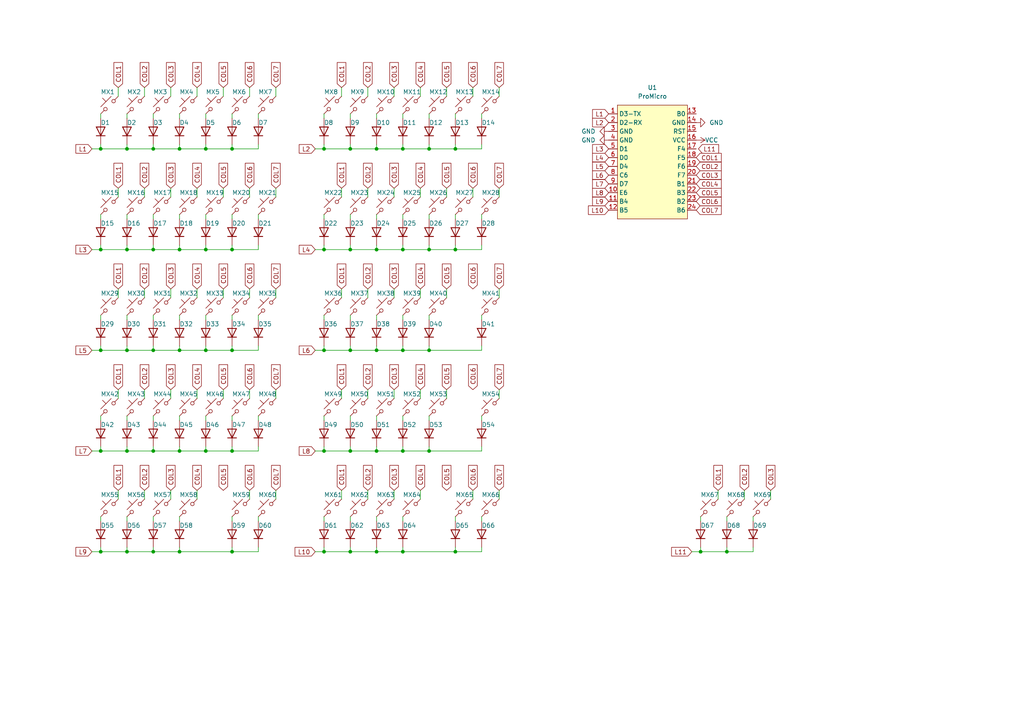
<source format=kicad_sch>
(kicad_sch (version 20230121) (generator eeschema)
  (paper "A4")
  (junction (at 132.08 72.39))
  (junction (at 36.83 101.6))
  (junction (at 124.46 72.39))
  (junction (at 124.46 101.6))
  (junction (at 109.22 72.39))
  (junction (at 29.21 160.02))
  (junction (at 101.6 43.18))
  (junction (at 132.08 43.18))
  (junction (at 116.84 43.18))
  (junction (at 67.31 72.39))
  (junction (at 109.22 43.18))
  (junction (at 52.07 160.02))
  (junction (at 116.84 101.6))
  (junction (at 29.21 72.39))
  (junction (at 44.45 130.81))
  (junction (at 101.6 101.6))
  (junction (at 93.98 43.18))
  (junction (at 93.98 101.6))
  (junction (at 116.84 72.39))
  (junction (at 124.46 130.81))
  (junction (at 132.08 160.02))
  (junction (at 36.83 72.39))
  (junction (at 101.6 72.39))
  (junction (at 52.07 43.18))
  (junction (at 109.22 160.02))
  (junction (at 109.22 130.81))
  (junction (at 67.31 101.6))
  (junction (at 93.98 160.02))
  (junction (at 59.69 101.6))
  (junction (at 52.07 72.39))
  (junction (at 116.84 160.02))
  (junction (at 59.69 72.39))
  (junction (at 116.84 130.81))
  (junction (at 29.21 130.81))
  (junction (at 44.45 101.6))
  (junction (at 36.83 43.18))
  (junction (at 52.07 101.6))
  (junction (at 67.31 160.02))
  (junction (at 36.83 160.02))
  (junction (at 203.2 160.02))
  (junction (at 59.69 43.18))
  (junction (at 93.98 72.39))
  (junction (at 109.22 101.6))
  (junction (at 44.45 160.02))
  (junction (at 67.31 130.81))
  (junction (at 101.6 160.02))
  (junction (at 210.82 160.02))
  (junction (at 124.46 43.18))
  (junction (at 67.31 43.18))
  (junction (at 44.45 72.39))
  (junction (at 101.6 130.81))
  (junction (at 29.21 101.6))
  (junction (at 36.83 130.81))
  (junction (at 29.21 43.18))
  (junction (at 52.07 130.81))
  (junction (at 44.45 43.18))
  (junction (at 93.98 130.81))
  (junction (at 59.69 130.81))
  (wire (pts (xy 29.21 72.39) (xy 36.83 72.39)))
  (wire (pts (xy 41.91 142.24) (xy 41.91 144.78)))
  (wire (pts (xy 74.93 129.54) (xy 74.93 130.81)))
  (wire (pts (xy 139.7 120.65) (xy 139.7 121.92)))
  (wire (pts (xy 72.39 142.24) (xy 72.39 144.78)))
  (wire (pts (xy 144.78 113.03) (xy 144.78 115.57)))
  (wire (pts (xy 137.16 54.61) (xy 137.16 57.15)))
  (wire (pts (xy 116.84 149.86) (xy 116.84 151.13)))
  (wire (pts (xy 44.45 130.81) (xy 52.07 130.81)))
  (wire (pts (xy 109.22 130.81) (xy 116.84 130.81)))
  (wire (pts (xy 101.6 62.23) (xy 101.6 63.5)))
  (wire (pts (xy 74.93 62.23) (xy 74.93 63.5)))
  (wire (pts (xy 124.46 62.23) (xy 124.46 63.5)))
  (wire (pts (xy 91.44 72.39) (xy 93.98 72.39)))
  (wire (pts (xy 93.98 71.12) (xy 93.98 72.39)))
  (wire (pts (xy 29.21 91.44) (xy 29.21 92.71)))
  (wire (pts (xy 121.92 54.61) (xy 121.92 57.15)))
  (wire (pts (xy 67.31 120.65) (xy 67.31 121.92)))
  (wire (pts (xy 52.07 91.44) (xy 52.07 92.71)))
  (wire (pts (xy 109.22 33.02) (xy 109.22 34.29)))
  (wire (pts (xy 106.68 113.03) (xy 106.68 115.57)))
  (wire (pts (xy 49.53 83.82) (xy 49.53 86.36)))
  (wire (pts (xy 124.46 43.18) (xy 132.08 43.18)))
  (wire (pts (xy 41.91 54.61) (xy 41.91 57.15)))
  (wire (pts (xy 36.83 129.54) (xy 36.83 130.81)))
  (wire (pts (xy 29.21 33.02) (xy 29.21 34.29)))
  (wire (pts (xy 93.98 33.02) (xy 93.98 34.29)))
  (wire (pts (xy 124.46 72.39) (xy 132.08 72.39)))
  (wire (pts (xy 93.98 62.23) (xy 93.98 63.5)))
  (wire (pts (xy 101.6 71.12) (xy 101.6 72.39)))
  (wire (pts (xy 67.31 160.02) (xy 74.93 160.02)))
  (wire (pts (xy 67.31 130.81) (xy 74.93 130.81)))
  (wire (pts (xy 29.21 120.65) (xy 29.21 121.92)))
  (wire (pts (xy 93.98 130.81) (xy 101.6 130.81)))
  (wire (pts (xy 44.45 71.12) (xy 44.45 72.39)))
  (wire (pts (xy 36.83 71.12) (xy 36.83 72.39)))
  (wire (pts (xy 208.28 142.24) (xy 208.28 144.78)))
  (wire (pts (xy 59.69 101.6) (xy 67.31 101.6)))
  (wire (pts (xy 101.6 33.02) (xy 101.6 34.29)))
  (wire (pts (xy 132.08 33.02) (xy 132.08 34.29)))
  (wire (pts (xy 67.31 129.54) (xy 67.31 130.81)))
  (wire (pts (xy 139.7 41.91) (xy 139.7 43.18)))
  (wire (pts (xy 116.84 62.23) (xy 116.84 63.5)))
  (wire (pts (xy 200.66 160.02) (xy 203.2 160.02)))
  (wire (pts (xy 59.69 41.91) (xy 59.69 43.18)))
  (wire (pts (xy 29.21 71.12) (xy 29.21 72.39)))
  (wire (pts (xy 124.46 41.91) (xy 124.46 43.18)))
  (wire (pts (xy 44.45 91.44) (xy 44.45 92.71)))
  (wire (pts (xy 41.91 113.03) (xy 41.91 115.57)))
  (wire (pts (xy 52.07 100.33) (xy 52.07 101.6)))
  (wire (pts (xy 124.46 129.54) (xy 124.46 130.81)))
  (wire (pts (xy 114.3 54.61) (xy 114.3 57.15)))
  (wire (pts (xy 93.98 100.33) (xy 93.98 101.6)))
  (wire (pts (xy 99.06 83.82) (xy 99.06 86.36)))
  (wire (pts (xy 116.84 101.6) (xy 124.46 101.6)))
  (wire (pts (xy 116.84 120.65) (xy 116.84 121.92)))
  (wire (pts (xy 29.21 101.6) (xy 36.83 101.6)))
  (wire (pts (xy 57.15 25.4) (xy 57.15 27.94)))
  (wire (pts (xy 59.69 91.44) (xy 59.69 92.71)))
  (wire (pts (xy 29.21 158.75) (xy 29.21 160.02)))
  (wire (pts (xy 218.44 149.86) (xy 218.44 151.13)))
  (wire (pts (xy 139.7 33.02) (xy 139.7 34.29)))
  (wire (pts (xy 59.69 62.23) (xy 59.69 63.5)))
  (wire (pts (xy 67.31 158.75) (xy 67.31 160.02)))
  (wire (pts (xy 124.46 120.65) (xy 124.46 121.92)))
  (wire (pts (xy 49.53 54.61) (xy 49.53 57.15)))
  (wire (pts (xy 144.78 54.61) (xy 144.78 57.15)))
  (wire (pts (xy 93.98 160.02) (xy 101.6 160.02)))
  (wire (pts (xy 34.29 25.4) (xy 34.29 27.94)))
  (wire (pts (xy 34.29 142.24) (xy 34.29 144.78)))
  (wire (pts (xy 59.69 33.02) (xy 59.69 34.29)))
  (wire (pts (xy 116.84 72.39) (xy 124.46 72.39)))
  (wire (pts (xy 129.54 25.4) (xy 129.54 27.94)))
  (wire (pts (xy 91.44 130.81) (xy 93.98 130.81)))
  (wire (pts (xy 29.21 62.23) (xy 29.21 63.5)))
  (wire (pts (xy 52.07 158.75) (xy 52.07 160.02)))
  (wire (pts (xy 67.31 43.18) (xy 74.93 43.18)))
  (wire (pts (xy 80.01 83.82) (xy 80.01 86.36)))
  (wire (pts (xy 36.83 41.91) (xy 36.83 43.18)))
  (wire (pts (xy 64.77 54.61) (xy 64.77 57.15)))
  (wire (pts (xy 72.39 113.03) (xy 72.39 115.57)))
  (wire (pts (xy 121.92 83.82) (xy 121.92 86.36)))
  (wire (pts (xy 34.29 83.82) (xy 34.29 86.36)))
  (wire (pts (xy 29.21 129.54) (xy 29.21 130.81)))
  (wire (pts (xy 101.6 158.75) (xy 101.6 160.02)))
  (wire (pts (xy 139.7 71.12) (xy 139.7 72.39)))
  (wire (pts (xy 144.78 25.4) (xy 144.78 27.94)))
  (wire (pts (xy 124.46 71.12) (xy 124.46 72.39)))
  (wire (pts (xy 203.2 158.75) (xy 203.2 160.02)))
  (wire (pts (xy 109.22 72.39) (xy 116.84 72.39)))
  (wire (pts (xy 64.77 25.4) (xy 64.77 27.94)))
  (wire (pts (xy 26.67 72.39) (xy 29.21 72.39)))
  (wire (pts (xy 109.22 101.6) (xy 116.84 101.6)))
  (wire (pts (xy 67.31 33.02) (xy 67.31 34.29)))
  (wire (pts (xy 67.31 100.33) (xy 67.31 101.6)))
  (wire (pts (xy 36.83 33.02) (xy 36.83 34.29)))
  (wire (pts (xy 116.84 43.18) (xy 124.46 43.18)))
  (wire (pts (xy 203.2 149.86) (xy 203.2 151.13)))
  (wire (pts (xy 67.31 41.91) (xy 67.31 43.18)))
  (wire (pts (xy 116.84 91.44) (xy 116.84 92.71)))
  (wire (pts (xy 109.22 160.02) (xy 116.84 160.02)))
  (wire (pts (xy 36.83 149.86) (xy 36.83 151.13)))
  (wire (pts (xy 72.39 83.82) (xy 72.39 86.36)))
  (wire (pts (xy 74.93 71.12) (xy 74.93 72.39)))
  (wire (pts (xy 124.46 100.33) (xy 124.46 101.6)))
  (wire (pts (xy 57.15 83.82) (xy 57.15 86.36)))
  (wire (pts (xy 99.06 142.24) (xy 99.06 144.78)))
  (wire (pts (xy 41.91 83.82) (xy 41.91 86.36)))
  (wire (pts (xy 44.45 158.75) (xy 44.45 160.02)))
  (wire (pts (xy 101.6 101.6) (xy 109.22 101.6)))
  (wire (pts (xy 52.07 62.23) (xy 52.07 63.5)))
  (wire (pts (xy 129.54 83.82) (xy 129.54 86.36)))
  (wire (pts (xy 67.31 149.86) (xy 67.31 151.13)))
  (wire (pts (xy 101.6 41.91) (xy 101.6 43.18)))
  (wire (pts (xy 109.22 41.91) (xy 109.22 43.18)))
  (wire (pts (xy 29.21 43.18) (xy 36.83 43.18)))
  (wire (pts (xy 137.16 142.24) (xy 137.16 144.78)))
  (wire (pts (xy 59.69 120.65) (xy 59.69 121.92)))
  (wire (pts (xy 101.6 72.39) (xy 109.22 72.39)))
  (wire (pts (xy 93.98 43.18) (xy 101.6 43.18)))
  (wire (pts (xy 44.45 33.02) (xy 44.45 34.29)))
  (wire (pts (xy 52.07 33.02) (xy 52.07 34.29)))
  (wire (pts (xy 57.15 113.03) (xy 57.15 115.57)))
  (wire (pts (xy 36.83 101.6) (xy 44.45 101.6)))
  (wire (pts (xy 106.68 54.61) (xy 106.68 57.15)))
  (wire (pts (xy 139.7 100.33) (xy 139.7 101.6)))
  (wire (pts (xy 109.22 100.33) (xy 109.22 101.6)))
  (wire (pts (xy 26.67 160.02) (xy 29.21 160.02)))
  (wire (pts (xy 74.93 149.86) (xy 74.93 151.13)))
  (wire (pts (xy 52.07 149.86) (xy 52.07 151.13)))
  (wire (pts (xy 116.84 158.75) (xy 116.84 160.02)))
  (wire (pts (xy 132.08 158.75) (xy 132.08 160.02)))
  (wire (pts (xy 64.77 83.82) (xy 64.77 86.36)))
  (wire (pts (xy 210.82 149.86) (xy 210.82 151.13)))
  (wire (pts (xy 67.31 71.12) (xy 67.31 72.39)))
  (wire (pts (xy 121.92 142.24) (xy 121.92 144.78)))
  (wire (pts (xy 99.06 113.03) (xy 99.06 115.57)))
  (wire (pts (xy 29.21 41.91) (xy 29.21 43.18)))
  (wire (pts (xy 36.83 43.18) (xy 44.45 43.18)))
  (wire (pts (xy 223.52 142.24) (xy 223.52 144.78)))
  (wire (pts (xy 80.01 142.24) (xy 80.01 144.78)))
  (wire (pts (xy 59.69 100.33) (xy 59.69 101.6)))
  (wire (pts (xy 29.21 130.81) (xy 36.83 130.81)))
  (wire (pts (xy 59.69 43.18) (xy 67.31 43.18)))
  (wire (pts (xy 44.45 129.54) (xy 44.45 130.81)))
  (wire (pts (xy 132.08 72.39) (xy 139.7 72.39)))
  (wire (pts (xy 106.68 142.24) (xy 106.68 144.78)))
  (wire (pts (xy 29.21 160.02) (xy 36.83 160.02)))
  (wire (pts (xy 57.15 142.24) (xy 57.15 144.78)))
  (wire (pts (xy 114.3 83.82) (xy 114.3 86.36)))
  (wire (pts (xy 52.07 41.91) (xy 52.07 43.18)))
  (wire (pts (xy 64.77 113.03) (xy 64.77 115.57)))
  (wire (pts (xy 80.01 54.61) (xy 80.01 57.15)))
  (wire (pts (xy 132.08 149.86) (xy 132.08 151.13)))
  (wire (pts (xy 116.84 71.12) (xy 116.84 72.39)))
  (wire (pts (xy 44.45 43.18) (xy 52.07 43.18)))
  (wire (pts (xy 121.92 113.03) (xy 121.92 115.57)))
  (wire (pts (xy 49.53 142.24) (xy 49.53 144.78)))
  (wire (pts (xy 34.29 113.03) (xy 34.29 115.57)))
  (wire (pts (xy 106.68 83.82) (xy 106.68 86.36)))
  (wire (pts (xy 116.84 33.02) (xy 116.84 34.29)))
  (wire (pts (xy 101.6 160.02) (xy 109.22 160.02)))
  (wire (pts (xy 49.53 113.03) (xy 49.53 115.57)))
  (wire (pts (xy 132.08 62.23) (xy 132.08 63.5)))
  (wire (pts (xy 67.31 62.23) (xy 67.31 63.5)))
  (wire (pts (xy 93.98 72.39) (xy 101.6 72.39)))
  (wire (pts (xy 139.7 129.54) (xy 139.7 130.81)))
  (wire (pts (xy 57.15 54.61) (xy 57.15 57.15)))
  (wire (pts (xy 132.08 43.18) (xy 139.7 43.18)))
  (wire (pts (xy 74.93 41.91) (xy 74.93 43.18)))
  (wire (pts (xy 116.84 100.33) (xy 116.84 101.6)))
  (wire (pts (xy 72.39 25.4) (xy 72.39 27.94)))
  (wire (pts (xy 132.08 160.02) (xy 139.7 160.02)))
  (wire (pts (xy 36.83 91.44) (xy 36.83 92.71)))
  (wire (pts (xy 26.67 43.18) (xy 29.21 43.18)))
  (wire (pts (xy 72.39 54.61) (xy 72.39 57.15)))
  (wire (pts (xy 74.93 91.44) (xy 74.93 92.71)))
  (wire (pts (xy 101.6 130.81) (xy 109.22 130.81)))
  (wire (pts (xy 52.07 71.12) (xy 52.07 72.39)))
  (wire (pts (xy 124.46 130.81) (xy 139.7 130.81)))
  (wire (pts (xy 59.69 72.39) (xy 67.31 72.39)))
  (wire (pts (xy 36.83 130.81) (xy 44.45 130.81)))
  (wire (pts (xy 52.07 72.39) (xy 59.69 72.39)))
  (wire (pts (xy 59.69 129.54) (xy 59.69 130.81)))
  (wire (pts (xy 101.6 149.86) (xy 101.6 151.13)))
  (wire (pts (xy 44.45 101.6) (xy 52.07 101.6)))
  (wire (pts (xy 93.98 41.91) (xy 93.98 43.18)))
  (wire (pts (xy 44.45 160.02) (xy 52.07 160.02)))
  (wire (pts (xy 52.07 43.18) (xy 59.69 43.18)))
  (wire (pts (xy 93.98 129.54) (xy 93.98 130.81)))
  (wire (pts (xy 203.2 160.02) (xy 210.82 160.02)))
  (wire (pts (xy 101.6 129.54) (xy 101.6 130.81)))
  (wire (pts (xy 114.3 113.03) (xy 114.3 115.57)))
  (wire (pts (xy 101.6 91.44) (xy 101.6 92.71)))
  (wire (pts (xy 36.83 100.33) (xy 36.83 101.6)))
  (wire (pts (xy 36.83 62.23) (xy 36.83 63.5)))
  (wire (pts (xy 36.83 72.39) (xy 44.45 72.39)))
  (wire (pts (xy 93.98 158.75) (xy 93.98 160.02)))
  (wire (pts (xy 109.22 91.44) (xy 109.22 92.71)))
  (wire (pts (xy 121.92 25.4) (xy 121.92 27.94)))
  (wire (pts (xy 101.6 43.18) (xy 109.22 43.18)))
  (wire (pts (xy 52.07 130.81) (xy 59.69 130.81)))
  (wire (pts (xy 36.83 160.02) (xy 44.45 160.02)))
  (wire (pts (xy 109.22 120.65) (xy 109.22 121.92)))
  (wire (pts (xy 99.06 25.4) (xy 99.06 27.94)))
  (wire (pts (xy 109.22 71.12) (xy 109.22 72.39)))
  (wire (pts (xy 93.98 120.65) (xy 93.98 121.92)))
  (wire (pts (xy 44.45 41.91) (xy 44.45 43.18)))
  (wire (pts (xy 34.29 54.61) (xy 34.29 57.15)))
  (wire (pts (xy 106.68 25.4) (xy 106.68 27.94)))
  (wire (pts (xy 124.46 101.6) (xy 139.7 101.6)))
  (wire (pts (xy 44.45 72.39) (xy 52.07 72.39)))
  (wire (pts (xy 36.83 158.75) (xy 36.83 160.02)))
  (wire (pts (xy 52.07 160.02) (xy 67.31 160.02)))
  (wire (pts (xy 114.3 142.24) (xy 114.3 144.78)))
  (wire (pts (xy 132.08 41.91) (xy 132.08 43.18)))
  (wire (pts (xy 116.84 130.81) (xy 124.46 130.81)))
  (wire (pts (xy 93.98 91.44) (xy 93.98 92.71)))
  (wire (pts (xy 109.22 62.23) (xy 109.22 63.5)))
  (wire (pts (xy 26.67 101.6) (xy 29.21 101.6)))
  (wire (pts (xy 59.69 71.12) (xy 59.69 72.39)))
  (wire (pts (xy 124.46 33.02) (xy 124.46 34.29)))
  (wire (pts (xy 44.45 120.65) (xy 44.45 121.92)))
  (wire (pts (xy 132.08 71.12) (xy 132.08 72.39)))
  (wire (pts (xy 36.83 120.65) (xy 36.83 121.92)))
  (wire (pts (xy 101.6 100.33) (xy 101.6 101.6)))
  (wire (pts (xy 144.78 142.24) (xy 144.78 144.78)))
  (wire (pts (xy 80.01 25.4) (xy 80.01 27.94)))
  (wire (pts (xy 101.6 120.65) (xy 101.6 121.92)))
  (wire (pts (xy 139.7 62.23) (xy 139.7 63.5)))
  (wire (pts (xy 93.98 101.6) (xy 101.6 101.6)))
  (wire (pts (xy 29.21 100.33) (xy 29.21 101.6)))
  (wire (pts (xy 67.31 72.39) (xy 74.93 72.39)))
  (wire (pts (xy 109.22 129.54) (xy 109.22 130.81)))
  (wire (pts (xy 59.69 130.81) (xy 67.31 130.81)))
  (wire (pts (xy 144.78 83.82) (xy 144.78 86.36)))
  (wire (pts (xy 129.54 113.03) (xy 129.54 115.57)))
  (wire (pts (xy 137.16 25.4) (xy 137.16 27.94)))
  (wire (pts (xy 67.31 101.6) (xy 74.93 101.6)))
  (wire (pts (xy 93.98 149.86) (xy 93.98 151.13)))
  (wire (pts (xy 91.44 43.18) (xy 93.98 43.18)))
  (wire (pts (xy 29.21 149.86) (xy 29.21 151.13)))
  (wire (pts (xy 52.07 129.54) (xy 52.07 130.81)))
  (wire (pts (xy 52.07 120.65) (xy 52.07 121.92)))
  (wire (pts (xy 210.82 160.02) (xy 218.44 160.02)))
  (wire (pts (xy 74.93 100.33) (xy 74.93 101.6)))
  (wire (pts (xy 109.22 158.75) (xy 109.22 160.02)))
  (wire (pts (xy 74.93 120.65) (xy 74.93 121.92)))
  (wire (pts (xy 44.45 100.33) (xy 44.45 101.6)))
  (wire (pts (xy 116.84 160.02) (xy 132.08 160.02)))
  (wire (pts (xy 44.45 149.86) (xy 44.45 151.13)))
  (wire (pts (xy 91.44 160.02) (xy 93.98 160.02)))
  (wire (pts (xy 44.45 62.23) (xy 44.45 63.5)))
  (wire (pts (xy 129.54 54.61) (xy 129.54 57.15)))
  (wire (pts (xy 49.53 25.4) (xy 49.53 27.94)))
  (wire (pts (xy 124.46 91.44) (xy 124.46 92.71)))
  (wire (pts (xy 26.67 130.81) (xy 29.21 130.81)))
  (wire (pts (xy 139.7 91.44) (xy 139.7 92.71)))
  (wire (pts (xy 210.82 158.75) (xy 210.82 160.02)))
  (wire (pts (xy 109.22 43.18) (xy 116.84 43.18)))
  (wire (pts (xy 80.01 113.03) (xy 80.01 115.57)))
  (wire (pts (xy 139.7 158.75) (xy 139.7 160.02)))
  (wire (pts (xy 74.93 158.75) (xy 74.93 160.02)))
  (wire (pts (xy 114.3 25.4) (xy 114.3 27.94)))
  (wire (pts (xy 109.22 149.86) (xy 109.22 151.13)))
  (wire (pts (xy 91.44 101.6) (xy 93.98 101.6)))
  (wire (pts (xy 215.9 142.24) (xy 215.9 144.78)))
  (wire (pts (xy 116.84 129.54) (xy 116.84 130.81)))
  (wire (pts (xy 52.07 101.6) (xy 59.69 101.6)))
  (wire (pts (xy 67.31 91.44) (xy 67.31 92.71)))
  (wire (pts (xy 99.06 54.61) (xy 99.06 57.15)))
  (wire (pts (xy 139.7 149.86) (xy 139.7 151.13)))
  (wire (pts (xy 41.91 25.4) (xy 41.91 27.94)))
  (wire (pts (xy 74.93 33.02) (xy 74.93 34.29)))
  (wire (pts (xy 116.84 41.91) (xy 116.84 43.18)))
  (wire (pts (xy 218.44 158.75) (xy 218.44 160.02)))
  (global_label "L1" (shape input) (at 26.67 43.18 180) (property "Intersheetrefs" "${INTERSHEET_REFS}" (effects hide)))
  (global_label "COL4" (shape input) (at 57.15 142.24 90) (property "Intersheetrefs" "${INTERSHEET_REFS}" (effects hide)))
  (global_label "COL3" (shape input) (at 49.53 83.82 90) (property "Intersheetrefs" "${INTERSHEET_REFS}" (effects hide)))
  (global_label "COL2" (shape input) (at 201.93 48.26 0) (property "Intersheetrefs" "${INTERSHEET_REFS}" (effects hide)))
  (global_label "COL1" (shape input) (at 34.29 142.24 90) (property "Intersheetrefs" "${INTERSHEET_REFS}" (effects hide)))
  (global_label "COL1" (shape input) (at 34.29 113.03 90) (property "Intersheetrefs" "${INTERSHEET_REFS}" (effects hide)))
  (global_label "L3" (shape input) (at 176.53 43.18 180) (property "Intersheetrefs" "${INTERSHEET_REFS}" (effects hide)))
  (global_label "COL1" (shape input) (at 34.29 83.82 90) (property "Intersheetrefs" "${INTERSHEET_REFS}" (effects hide)))
  (global_label "L8" (shape input) (at 91.44 130.81 180) (property "Intersheetrefs" "${INTERSHEET_REFS}" (effects hide)))
  (global_label "COL5" (shape input) (at 64.77 54.61 90) (property "Intersheetrefs" "${INTERSHEET_REFS}" (effects hide)))
  (global_label "COL4" (shape input) (at 121.92 113.03 90) (property "Intersheetrefs" "${INTERSHEET_REFS}" (effects hide)))
  (global_label "COL2" (shape input) (at 215.9 142.24 90) (property "Intersheetrefs" "${INTERSHEET_REFS}" (effects hide)))
  (global_label "COL4" (shape input) (at 121.92 54.61 90) (property "Intersheetrefs" "${INTERSHEET_REFS}" (effects hide)))
  (global_label "L9" (shape input) (at 26.67 160.02 180) (property "Intersheetrefs" "${INTERSHEET_REFS}" (effects hide)))
  (global_label "COL2" (shape input) (at 41.91 142.24 90) (property "Intersheetrefs" "${INTERSHEET_REFS}" (effects hide)))
  (global_label "L6" (shape input) (at 91.44 101.6 180) (property "Intersheetrefs" "${INTERSHEET_REFS}" (effects hide)))
  (global_label "COL3" (shape input) (at 49.53 54.61 90) (property "Intersheetrefs" "${INTERSHEET_REFS}" (effects hide)))
  (global_label "COL2" (shape input) (at 106.68 54.61 90) (property "Intersheetrefs" "${INTERSHEET_REFS}" (effects hide)))
  (global_label "COL7" (shape input) (at 144.78 113.03 90) (property "Intersheetrefs" "${INTERSHEET_REFS}" (effects hide)))
  (global_label "COL3" (shape input) (at 114.3 142.24 90) (property "Intersheetrefs" "${INTERSHEET_REFS}" (effects hide)))
  (global_label "COL7" (shape input) (at 144.78 142.24 90) (property "Intersheetrefs" "${INTERSHEET_REFS}" (effects hide)))
  (global_label "COL6" (shape input) (at 72.39 54.61 90) (property "Intersheetrefs" "${INTERSHEET_REFS}" (effects hide)))
  (global_label "COL1" (shape input) (at 99.06 54.61 90) (property "Intersheetrefs" "${INTERSHEET_REFS}" (effects hide)))
  (global_label "COL5" (shape input) (at 64.77 113.03 90) (property "Intersheetrefs" "${INTERSHEET_REFS}" (effects hide)))
  (global_label "L11" (shape input) (at 200.66 160.02 180) (property "Intersheetrefs" "${INTERSHEET_REFS}" (effects hide)))
  (global_label "COL3" (shape input) (at 49.53 113.03 90) (property "Intersheetrefs" "${INTERSHEET_REFS}" (effects hide)))
  (global_label "COL7" (shape input) (at 80.01 25.4 90) (property "Intersheetrefs" "${INTERSHEET_REFS}" (effects hide)))
  (global_label "COL1" (shape input) (at 34.29 54.61 90) (property "Intersheetrefs" "${INTERSHEET_REFS}" (effects hide)))
  (global_label "COL2" (shape input) (at 106.68 142.24 90) (property "Intersheetrefs" "${INTERSHEET_REFS}" (effects hide)))
  (global_label "COL1" (shape input) (at 208.28 142.24 90) (property "Intersheetrefs" "${INTERSHEET_REFS}" (effects hide)))
  (global_label "COL5" (shape input) (at 201.93 55.88 0) (property "Intersheetrefs" "${INTERSHEET_REFS}" (effects hide)))
  (global_label "L9" (shape input) (at 176.53 58.42 180) (property "Intersheetrefs" "${INTERSHEET_REFS}" (effects hide)))
  (global_label "L5" (shape input) (at 26.67 101.6 180) (property "Intersheetrefs" "${INTERSHEET_REFS}" (effects hide)))
  (global_label "L5" (shape input) (at 176.53 48.26 180) (property "Intersheetrefs" "${INTERSHEET_REFS}" (effects hide)))
  (global_label "COL5" (shape input) (at 129.54 25.4 90) (property "Intersheetrefs" "${INTERSHEET_REFS}" (effects hide)))
  (global_label "COL5" (shape input) (at 64.77 142.24 90) (property "Intersheetrefs" "${INTERSHEET_REFS}" (effects hide)))
  (global_label "L7" (shape input) (at 176.53 53.34 180) (property "Intersheetrefs" "${INTERSHEET_REFS}" (effects hide)))
  (global_label "L4" (shape input) (at 91.44 72.39 180) (property "Intersheetrefs" "${INTERSHEET_REFS}" (effects hide)))
  (global_label "COL2" (shape input) (at 41.91 54.61 90) (property "Intersheetrefs" "${INTERSHEET_REFS}" (effects hide)))
  (global_label "COL7" (shape input) (at 80.01 83.82 90) (property "Intersheetrefs" "${INTERSHEET_REFS}" (effects hide)))
  (global_label "COL5" (shape input) (at 129.54 54.61 90) (property "Intersheetrefs" "${INTERSHEET_REFS}" (effects hide)))
  (global_label "COL6" (shape input) (at 137.16 25.4 90) (property "Intersheetrefs" "${INTERSHEET_REFS}" (effects hide)))
  (global_label "COL3" (shape input) (at 114.3 54.61 90) (property "Intersheetrefs" "${INTERSHEET_REFS}" (effects hide)))
  (global_label "COL7" (shape input) (at 80.01 142.24 90) (property "Intersheetrefs" "${INTERSHEET_REFS}" (effects hide)))
  (global_label "L3" (shape input) (at 26.67 72.39 180) (property "Intersheetrefs" "${INTERSHEET_REFS}" (effects hide)))
  (global_label "COL3" (shape input) (at 201.93 50.8 0) (property "Intersheetrefs" "${INTERSHEET_REFS}" (effects hide)))
  (global_label "L1" (shape input) (at 176.53 33.02 180) (property "Intersheetrefs" "${INTERSHEET_REFS}" (effects hide)))
  (global_label "COL2" (shape input) (at 106.68 83.82 90) (property "Intersheetrefs" "${INTERSHEET_REFS}" (effects hide)))
  (global_label "COL2" (shape input) (at 106.68 25.4 90) (property "Intersheetrefs" "${INTERSHEET_REFS}" (effects hide)))
  (global_label "COL4" (shape input) (at 57.15 25.4 90) (property "Intersheetrefs" "${INTERSHEET_REFS}" (effects hide)))
  (global_label "COL3" (shape input) (at 114.3 25.4 90) (property "Intersheetrefs" "${INTERSHEET_REFS}" (effects hide)))
  (global_label "COL6" (shape input) (at 72.39 142.24 90) (property "Intersheetrefs" "${INTERSHEET_REFS}" (effects hide)))
  (global_label "COL7" (shape input) (at 80.01 54.61 90) (property "Intersheetrefs" "${INTERSHEET_REFS}" (effects hide)))
  (global_label "L10" (shape input) (at 91.44 160.02 180) (property "Intersheetrefs" "${INTERSHEET_REFS}" (effects hide)))
  (global_label "COL7" (shape input) (at 144.78 25.4 90) (property "Intersheetrefs" "${INTERSHEET_REFS}" (effects hide)))
  (global_label "COL6" (shape input) (at 137.16 142.24 90) (property "Intersheetrefs" "${INTERSHEET_REFS}" (effects hide)))
  (global_label "COL3" (shape input) (at 49.53 142.24 90) (property "Intersheetrefs" "${INTERSHEET_REFS}" (effects hide)))
  (global_label "COL5" (shape input) (at 64.77 83.82 90) (property "Intersheetrefs" "${INTERSHEET_REFS}" (effects hide)))
  (global_label "COL4" (shape input) (at 121.92 142.24 90) (property "Intersheetrefs" "${INTERSHEET_REFS}" (effects hide)))
  (global_label "COL2" (shape input) (at 106.68 113.03 90) (property "Intersheetrefs" "${INTERSHEET_REFS}" (effects hide)))
  (global_label "COL4" (shape input) (at 57.15 113.03 90) (property "Intersheetrefs" "${INTERSHEET_REFS}" (effects hide)))
  (global_label "COL4" (shape input) (at 201.93 53.34 0) (property "Intersheetrefs" "${INTERSHEET_REFS}" (effects hide)))
  (global_label "COL7" (shape input) (at 144.78 83.82 90) (property "Intersheetrefs" "${INTERSHEET_REFS}" (effects hide)))
  (global_label "COL1" (shape input) (at 99.06 142.24 90) (property "Intersheetrefs" "${INTERSHEET_REFS}" (effects hide)))
  (global_label "COL4" (shape input) (at 121.92 25.4 90) (property "Intersheetrefs" "${INTERSHEET_REFS}" (effects hide)))
  (global_label "COL1" (shape input) (at 201.93 45.72 0) (property "Intersheetrefs" "${INTERSHEET_REFS}" (effects hide)))
  (global_label "COL6" (shape input) (at 72.39 25.4 90) (property "Intersheetrefs" "${INTERSHEET_REFS}" (effects hide)))
  (global_label "COL6" (shape input) (at 137.16 54.61 90) (property "Intersheetrefs" "${INTERSHEET_REFS}" (effects hide)))
  (global_label "COL5" (shape input) (at 64.77 25.4 90) (property "Intersheetrefs" "${INTERSHEET_REFS}" (effects hide)))
  (global_label "COL1" (shape input) (at 34.29 25.4 90) (property "Intersheetrefs" "${INTERSHEET_REFS}" (effects hide)))
  (global_label "COL4" (shape input) (at 121.92 83.82 90) (property "Intersheetrefs" "${INTERSHEET_REFS}" (effects hide)))
  (global_label "COL5" (shape input) (at 129.54 83.82 90) (property "Intersheetrefs" "${INTERSHEET_REFS}" (effects hide)))
  (global_label "COL3" (shape input) (at 114.3 83.82 90) (property "Intersheetrefs" "${INTERSHEET_REFS}" (effects hide)))
  (global_label "L6" (shape input) (at 176.53 50.8 180) (property "Intersheetrefs" "${INTERSHEET_REFS}" (effects hide)))
  (global_label "COL3" (shape input) (at 114.3 113.03 90) (property "Intersheetrefs" "${INTERSHEET_REFS}" (effects hide)))
  (global_label "L8" (shape input) (at 176.53 55.88 180) (property "Intersheetrefs" "${INTERSHEET_REFS}" (effects hide)))
  (global_label "COL2" (shape input) (at 41.91 83.82 90) (property "Intersheetrefs" "${INTERSHEET_REFS}" (effects hide)))
  (global_label "L7" (shape input) (at 26.67 130.81 180) (property "Intersheetrefs" "${INTERSHEET_REFS}" (effects hide)))
  (global_label "COL4" (shape input) (at 57.15 83.82 90) (property "Intersheetrefs" "${INTERSHEET_REFS}" (effects hide)))
  (global_label "L4" (shape input) (at 176.53 45.72 180) (property "Intersheetrefs" "${INTERSHEET_REFS}" (effects hide)))
  (global_label "L2" (shape input) (at 91.44 43.18 180) (property "Intersheetrefs" "${INTERSHEET_REFS}" (effects hide)))
  (global_label "COL1" (shape input) (at 99.06 113.03 90) (property "Intersheetrefs" "${INTERSHEET_REFS}" (effects hide)))
  (global_label "COL6" (shape input) (at 201.93 58.42 0) (property "Intersheetrefs" "${INTERSHEET_REFS}" (effects hide)))
  (global_label "COL7" (shape input) (at 80.01 113.03 90) (property "Intersheetrefs" "${INTERSHEET_REFS}" (effects hide)))
  (global_label "COL6" (shape input) (at 137.16 83.82 90) (property "Intersheetrefs" "${INTERSHEET_REFS}" (effects hide)))
  (global_label "COL2" (shape input) (at 41.91 113.03 90) (property "Intersheetrefs" "${INTERSHEET_REFS}" (effects hide)))
  (global_label "COL5" (shape input) (at 129.54 113.03 90) (property "Intersheetrefs" "${INTERSHEET_REFS}" (effects hide)))
  (global_label "COL3" (shape input) (at 49.53 25.4 90) (property "Intersheetrefs" "${INTERSHEET_REFS}" (effects hide)))
  (global_label "COL1" (shape input) (at 99.06 83.82 90) (property "Intersheetrefs" "${INTERSHEET_REFS}" (effects hide)))
  (global_label "COL6" (shape input) (at 137.16 113.03 90) (property "Intersheetrefs" "${INTERSHEET_REFS}" (effects hide)))
  (global_label "COL5" (shape input) (at 129.54 142.24 90) (property "Intersheetrefs" "${INTERSHEET_REFS}" (effects hide)))
  (global_label "COL6" (shape input) (at 72.39 113.03 90) (property "Intersheetrefs" "${INTERSHEET_REFS}" (effects hide)))
  (global_label "COL2" (shape input) (at 41.91 25.4 90) (property "Intersheetrefs" "${INTERSHEET_REFS}" (effects hide)))
  (global_label "L2" (shape input) (at 176.53 35.56 180) (property "Intersheetrefs" "${INTERSHEET_REFS}" (effects hide)))
  (global_label "L10" (shape input) (at 176.53 60.96 180) (property "Intersheetrefs" "${INTERSHEET_REFS}" (effects hide)))
  (global_label "COL7" (shape input) (at 144.78 54.61 90) (property "Intersheetrefs" "${INTERSHEET_REFS}" (effects hide)))
  (global_label "COL6" (shape input) (at 72.39 83.82 90) (property "Intersheetrefs" "${INTERSHEET_REFS}" (effects hide)))
  (global_label "COL1" (shape input) (at 99.06 25.4 90) (property "Intersheetrefs" "${INTERSHEET_REFS}" (effects hide)))
  (global_label "COL4" (shape input) (at 57.15 54.61 90) (property "Intersheetrefs" "${INTERSHEET_REFS}" (effects hide)))
  (global_label "COL3" (shape input) (at 223.52 142.24 90) (property "Intersheetrefs" "${INTERSHEET_REFS}" (effects hide)))
  (global_label "COL7" (shape input) (at 201.93 60.96 0) (property "Intersheetrefs" "${INTERSHEET_REFS}" (effects hide)))
  (global_label "L11" (shape input) (at 202.565 43.18 0) (property "Intersheetrefs" "${INTERSHEET_REFS}" (effects hide)))
  (symbol (lib_id "Diode:1N4148") (at 139.7 154.94 90) (unit 1)
    (property "Reference" "D66" (at 139.7 152.4 90) (effects (justify right)))
    (property "Value" "1N4148" (effects hide))
    (property "Footprint" "Diode_THT:D_DO-35_SOD27_P7.62mm_Horizontal" (effects hide))
    (property "Datasheet" "https://assets.nexperia.com/documents/data-sheet/1N4148_1N4448.pdf" (effects hide))
    (property "Sim.Device" "D" (effects hide))
    (property "Sim.Pins" "1=K 2=A" (effects hide))
  )
  (symbol (lib_id "PCM_marbastlib-mx:MX_SW_solder") (at 96.52 88.9 90) (unit 1)
    (property "Reference" "MX36" (at 93.98 85.09 90) (effects (justify right)))
    (property "Value" "MX_SW_solder" (effects hide))
    (property "Footprint" "_mx:MX-Alps-Hybrid-1U" (effects hide))
  )
  (symbol (lib_id "PCM_marbastlib-mx:MX_SW_solder") (at 77.47 30.48 90) (unit 1)
    (property "Reference" "MX7" (at 74.93 26.67 90) (effects (justify right)))
    (property "Value" "MX_SW_solder" (effects hide))
    (property "Footprint" "_mx:MX-Alps-Hybrid-1U" (effects hide))
  )
  (symbol (lib_id "Diode:1N4148") (at 36.83 154.94 90) (unit 1)
    (property "Reference" "D56" (at 36.83 152.4 90) (effects (justify right)))
    (property "Value" "1N4148" (effects hide))
    (property "Footprint" "Diode_THT:D_DO-35_SOD27_P7.62mm_Horizontal" (effects hide))
    (property "Datasheet" "https://assets.nexperia.com/documents/data-sheet/1N4148_1N4448.pdf" (effects hide))
    (property "Sim.Device" "D" (effects hide))
    (property "Sim.Pins" "1=K 2=A" (effects hide))
  )
  (symbol (lib_id "PCM_marbastlib-mx:MX_SW_solder") (at 54.61 59.69 90) (unit 1)
    (property "Reference" "MX18" (at 52.07 55.88 90) (effects (justify right)))
    (property "Value" "MX_SW_solder" (effects hide))
    (property "Footprint" "_mx:MX-Alps-Hybrid-1U" (effects hide))
  )
  (symbol (lib_id "PCM_marbastlib-mx:MX_SW_solder") (at 119.38 59.69 90) (unit 1)
    (property "Reference" "MX25" (at 116.84 55.88 90) (effects (justify right)))
    (property "Value" "MX_SW_solder" (effects hide))
    (property "Footprint" "_mx:MX-Alps-Hybrid-1U" (effects hide))
  )
  (symbol (lib_id "PCM_marbastlib-mx:MX_SW_solder") (at 54.61 88.9 90) (unit 1)
    (property "Reference" "MX32" (at 52.07 85.09 90) (effects (justify right)))
    (property "Value" "MX_SW_solder" (effects hide))
    (property "Footprint" "_mx:MX-Alps-Hybrid-1U" (effects hide))
  )
  (symbol (lib_id "Diode:1N4148") (at 139.7 38.1 90) (unit 1)
    (property "Reference" "D14" (at 139.7 35.56 90) (effects (justify right)))
    (property "Value" "1N4148" (effects hide))
    (property "Footprint" "Diode_THT:D_DO-35_SOD27_P7.62mm_Horizontal" (effects hide))
    (property "Datasheet" "https://assets.nexperia.com/documents/data-sheet/1N4148_1N4448.pdf" (effects hide))
    (property "Sim.Device" "D" (effects hide))
    (property "Sim.Pins" "1=K 2=A" (effects hide))
  )
  (symbol (lib_id "Diode:1N4148") (at 101.6 96.52 90) (unit 1)
    (property "Reference" "D37" (at 101.6 93.98 90) (effects (justify right)))
    (property "Value" "1N4148" (effects hide))
    (property "Footprint" "Diode_THT:D_DO-35_SOD27_P7.62mm_Horizontal" (effects hide))
    (property "Datasheet" "https://assets.nexperia.com/documents/data-sheet/1N4148_1N4448.pdf" (effects hide))
    (property "Sim.Device" "D" (effects hide))
    (property "Sim.Pins" "1=K 2=A" (effects hide))
  )
  (symbol (lib_id "Diode:1N4148") (at 116.84 154.94 90) (unit 1)
    (property "Reference" "D64" (at 116.84 152.4 90) (effects (justify right)))
    (property "Value" "1N4148" (effects hide))
    (property "Footprint" "Diode_THT:D_DO-35_SOD27_P7.62mm_Horizontal" (effects hide))
    (property "Datasheet" "https://assets.nexperia.com/documents/data-sheet/1N4148_1N4448.pdf" (effects hide))
    (property "Sim.Device" "D" (effects hide))
    (property "Sim.Pins" "1=K 2=A" (effects hide))
  )
  (symbol (lib_id "PCM_marbastlib-mx:MX_SW_solder") (at 39.37 118.11 90) (unit 1)
    (property "Reference" "MX43" (at 36.83 114.3 90) (effects (justify right)))
    (property "Value" "MX_SW_solder" (effects hide))
    (property "Footprint" "_mx:MX-Alps-Hybrid-1U" (effects hide))
  )
  (symbol (lib_id "Diode:1N4148") (at 29.21 154.94 90) (unit 1)
    (property "Reference" "D55" (at 29.21 152.4 90) (effects (justify right)))
    (property "Value" "1N4148" (effects hide))
    (property "Footprint" "Diode_THT:D_DO-35_SOD27_P7.62mm_Horizontal" (effects hide))
    (property "Datasheet" "https://assets.nexperia.com/documents/data-sheet/1N4148_1N4448.pdf" (effects hide))
    (property "Sim.Device" "D" (effects hide))
    (property "Sim.Pins" "1=K 2=A" (effects hide))
  )
  (symbol (lib_id "Diode:1N4148") (at 109.22 67.31 90) (unit 1)
    (property "Reference" "D24" (at 109.22 64.77 90) (effects (justify right)))
    (property "Value" "1N4148" (effects hide))
    (property "Footprint" "Diode_THT:D_DO-35_SOD27_P7.62mm_Horizontal" (effects hide))
    (property "Datasheet" "https://assets.nexperia.com/documents/data-sheet/1N4148_1N4448.pdf" (effects hide))
    (property "Sim.Device" "D" (effects hide))
    (property "Sim.Pins" "1=K 2=A" (effects hide))
  )
  (symbol (lib_id "PCM_marbastlib-mx:MX_SW_solder") (at 69.85 30.48 90) (unit 1)
    (property "Reference" "MX6" (at 67.31 26.67 90) (effects (justify right)))
    (property "Value" "MX_SW_solder" (effects hide))
    (property "Footprint" "_mx:MX-Alps-Hybrid-1U" (effects hide))
  )
  (symbol (lib_id "PCM_marbastlib-mx:MX_SW_solder") (at 46.99 88.9 90) (unit 1)
    (property "Reference" "MX31" (at 44.45 85.09 90) (effects (justify right)))
    (property "Value" "MX_SW_solder" (effects hide))
    (property "Footprint" "_mx:MX-Alps-Hybrid-1U" (effects hide))
  )
  (symbol (lib_id "Diode:1N4148") (at 109.22 154.94 90) (unit 1)
    (property "Reference" "D63" (at 109.22 152.4 90) (effects (justify right)))
    (property "Value" "1N4148" (effects hide))
    (property "Footprint" "Diode_THT:D_DO-35_SOD27_P7.62mm_Horizontal" (effects hide))
    (property "Datasheet" "https://assets.nexperia.com/documents/data-sheet/1N4148_1N4448.pdf" (effects hide))
    (property "Sim.Device" "D" (effects hide))
    (property "Sim.Pins" "1=K 2=A" (effects hide))
  )
  (symbol (lib_id "Diode:1N4148") (at 93.98 154.94 90) (unit 1)
    (property "Reference" "D61" (at 93.98 152.4 90) (effects (justify right)))
    (property "Value" "1N4148" (effects hide))
    (property "Footprint" "Diode_THT:D_DO-35_SOD27_P7.62mm_Horizontal" (effects hide))
    (property "Datasheet" "https://assets.nexperia.com/documents/data-sheet/1N4148_1N4448.pdf" (effects hide))
    (property "Sim.Device" "D" (effects hide))
    (property "Sim.Pins" "1=K 2=A" (effects hide))
  )
  (symbol (lib_id "Diode:1N4148") (at 203.2 154.94 90) (unit 1)
    (property "Reference" "D67" (at 203.2 152.4 90) (effects (justify right)))
    (property "Value" "1N4148" (effects hide))
    (property "Footprint" "Diode_THT:D_DO-35_SOD27_P7.62mm_Horizontal" (effects hide))
    (property "Datasheet" "https://assets.nexperia.com/documents/data-sheet/1N4148_1N4448.pdf" (effects hide))
    (property "Sim.Device" "D" (effects hide))
    (property "Sim.Pins" "1=K 2=A" (effects hide))
  )
  (symbol (lib_id "Diode:1N4148") (at 67.31 154.94 90) (unit 1)
    (property "Reference" "D59" (at 67.31 152.4 90) (effects (justify right)))
    (property "Value" "1N4148" (effects hide))
    (property "Footprint" "Diode_THT:D_DO-35_SOD27_P7.62mm_Horizontal" (effects hide))
    (property "Datasheet" "https://assets.nexperia.com/documents/data-sheet/1N4148_1N4448.pdf" (effects hide))
    (property "Sim.Device" "D" (effects hide))
    (property "Sim.Pins" "1=K 2=A" (effects hide))
  )
  (symbol (lib_id "Diode:1N4148") (at 59.69 38.1 90) (unit 1)
    (property "Reference" "D5" (at 59.69 35.56 90) (effects (justify right)))
    (property "Value" "1N4148" (effects hide))
    (property "Footprint" "Diode_THT:D_DO-35_SOD27_P7.62mm_Horizontal" (effects hide))
    (property "Datasheet" "https://assets.nexperia.com/documents/data-sheet/1N4148_1N4448.pdf" (effects hide))
    (property "Sim.Device" "D" (effects hide))
    (property "Sim.Pins" "1=K 2=A" (effects hide))
  )
  (symbol (lib_id "PCM_marbastlib-mx:MX_SW_solder") (at 77.47 147.32 90) (unit 1)
    (property "Reference" "MX60" (at 74.93 143.51 90) (effects (justify right)))
    (property "Value" "MX_SW_solder" (effects hide))
    (property "Footprint" "_mx:MX-Alps-Hybrid-2.25U" (effects hide))
  )
  (symbol (lib_id "PCM_marbastlib-mx:MX_SW_solder") (at 104.14 147.32 90) (unit 1)
    (property "Reference" "MX62" (at 101.6 143.51 90) (effects (justify right)))
    (property "Value" "MX_SW_solder" (effects hide))
    (property "Footprint" "_mx:MX-Alps-Hybrid-1U" (effects hide))
  )
  (symbol (lib_id "Diode:1N4148") (at 124.46 67.31 90) (unit 1)
    (property "Reference" "D26" (at 124.46 64.77 90) (effects (justify right)))
    (property "Value" "1N4148" (effects hide))
    (property "Footprint" "Diode_THT:D_DO-35_SOD27_P7.62mm_Horizontal" (effects hide))
    (property "Datasheet" "https://assets.nexperia.com/documents/data-sheet/1N4148_1N4448.pdf" (effects hide))
    (property "Sim.Device" "D" (effects hide))
    (property "Sim.Pins" "1=K 2=A" (effects hide))
  )
  (symbol (lib_id "Diode:1N4148") (at 67.31 125.73 90) (unit 1)
    (property "Reference" "D47" (at 67.31 123.19 90) (effects (justify right)))
    (property "Value" "1N4148" (effects hide))
    (property "Footprint" "Diode_THT:D_DO-35_SOD27_P7.62mm_Horizontal" (effects hide))
    (property "Datasheet" "https://assets.nexperia.com/documents/data-sheet/1N4148_1N4448.pdf" (effects hide))
    (property "Sim.Device" "D" (effects hide))
    (property "Sim.Pins" "1=K 2=A" (effects hide))
  )
  (symbol (lib_id "PCM_marbastlib-mx:MX_SW_solder") (at 213.36 147.32 90) (unit 1)
    (property "Reference" "MX68" (at 210.82 143.51 90) (effects (justify right)))
    (property "Value" "MX_SW_solder" (effects hide))
    (property "Footprint" "_mx:MX-Alps-Hybrid-1U" (effects hide))
  )
  (symbol (lib_id "Diode:1N4148") (at 116.84 67.31 90) (unit 1)
    (property "Reference" "D25" (at 116.84 64.77 90) (effects (justify right)))
    (property "Value" "1N4148" (effects hide))
    (property "Footprint" "Diode_THT:D_DO-35_SOD27_P7.62mm_Horizontal" (effects hide))
    (property "Datasheet" "https://assets.nexperia.com/documents/data-sheet/1N4148_1N4448.pdf" (effects hide))
    (property "Sim.Device" "D" (effects hide))
    (property "Sim.Pins" "1=K 2=A" (effects hide))
  )
  (symbol (lib_id "Diode:1N4148") (at 139.7 96.52 90) (unit 1)
    (property "Reference" "D41" (at 139.7 93.98 90) (effects (justify right)))
    (property "Value" "1N4148" (effects hide))
    (property "Footprint" "Diode_THT:D_DO-35_SOD27_P7.62mm_Horizontal" (effects hide))
    (property "Datasheet" "https://assets.nexperia.com/documents/data-sheet/1N4148_1N4448.pdf" (effects hide))
    (property "Sim.Device" "D" (effects hide))
    (property "Sim.Pins" "1=K 2=A" (effects hide))
  )
  (symbol (lib_id "PCM_marbastlib-mx:MX_SW_solder") (at 96.52 59.69 90) (unit 1)
    (property "Reference" "MX22" (at 93.98 55.88 90) (effects (justify right)))
    (property "Value" "MX_SW_solder" (effects hide))
    (property "Footprint" "_mx:MX-Alps-Hybrid-1U" (effects hide))
  )
  (symbol (lib_id "PCM_marbastlib-mx:MX_SW_solder") (at 46.99 147.32 90) (unit 1)
    (property "Reference" "MX57" (at 44.45 143.51 90) (effects (justify right)))
    (property "Value" "MX_SW_solder" (effects hide))
    (property "Footprint" "_mx:MX-Alps-Hybrid-1.25U" (effects hide))
  )
  (symbol (lib_id "PCM_marbastlib-mx:MX_SW_solder") (at 77.47 59.69 90) (unit 1)
    (property "Reference" "MX21" (at 74.93 55.88 90) (effects (justify right)))
    (property "Value" "MX_SW_solder" (effects hide))
    (property "Footprint" "_mx:MX-Alps-Hybrid-1U" (effects hide))
  )
  (symbol (lib_id "PCM_marbastlib-mx:MX_SW_solder") (at 119.38 88.9 90) (unit 1)
    (property "Reference" "MX39" (at 116.84 85.09 90) (effects (justify right)))
    (property "Value" "MX_SW_solder" (effects hide))
    (property "Footprint" "_mx:MX-Alps-Hybrid-1U" (effects hide))
  )
  (symbol (lib_id "PCM_marbastlib-mx:MX_SW_solder") (at 104.14 59.69 90) (unit 1)
    (property "Reference" "MX23" (at 101.6 55.88 90) (effects (justify right)))
    (property "Value" "MX_SW_solder" (effects hide))
    (property "Footprint" "_mx:MX-Alps-Hybrid-1U" (effects hide))
  )
  (symbol (lib_id "Diode:1N4148") (at 93.98 96.52 90) (unit 1)
    (property "Reference" "D36" (at 93.98 93.98 90) (effects (justify right)))
    (property "Value" "1N4148" (effects hide))
    (property "Footprint" "Diode_THT:D_DO-35_SOD27_P7.62mm_Horizontal" (effects hide))
    (property "Datasheet" "https://assets.nexperia.com/documents/data-sheet/1N4148_1N4448.pdf" (effects hide))
    (property "Sim.Device" "D" (effects hide))
    (property "Sim.Pins" "1=K 2=A" (effects hide))
  )
  (symbol (lib_id "PCM_marbastlib-mx:MX_SW_solder") (at 46.99 59.69 90) (unit 1)
    (property "Reference" "MX17" (at 44.45 55.88 90) (effects (justify right)))
    (property "Value" "MX_SW_solder" (effects hide))
    (property "Footprint" "_mx:MX-Alps-Hybrid-1U" (effects hide))
  )
  (symbol (lib_id "Diode:1N4148") (at 132.08 154.94 90) (unit 1)
    (property "Reference" "D65" (at 132.08 152.4 90) (effects (justify right)))
    (property "Value" "1N4148" (effects hide))
    (property "Footprint" "Diode_THT:D_DO-35_SOD27_P7.62mm_Horizontal" (effects hide))
    (property "Datasheet" "https://assets.nexperia.com/documents/data-sheet/1N4148_1N4448.pdf" (effects hide))
    (property "Sim.Device" "D" (effects hide))
    (property "Sim.Pins" "1=K 2=A" (effects hide))
  )
  (symbol (lib_id "Diode:1N4148") (at 116.84 125.73 90) (unit 1)
    (property "Reference" "D52" (at 116.84 123.19 90) (effects (justify right)))
    (property "Value" "1N4148" (effects hide))
    (property "Footprint" "Diode_THT:D_DO-35_SOD27_P7.62mm_Horizontal" (effects hide))
    (property "Datasheet" "https://assets.nexperia.com/documents/data-sheet/1N4148_1N4448.pdf" (effects hide))
    (property "Sim.Device" "D" (effects hide))
    (property "Sim.Pins" "1=K 2=A" (effects hide))
  )
  (symbol (lib_id "Diode:1N4148") (at 109.22 38.1 90) (unit 1)
    (property "Reference" "D10" (at 109.22 35.56 90) (effects (justify right)))
    (property "Value" "1N4148" (effects hide))
    (property "Footprint" "Diode_THT:D_DO-35_SOD27_P7.62mm_Horizontal" (effects hide))
    (property "Datasheet" "https://assets.nexperia.com/documents/data-sheet/1N4148_1N4448.pdf" (effects hide))
    (property "Sim.Device" "D" (effects hide))
    (property "Sim.Pins" "1=K 2=A" (effects hide))
  )
  (symbol (lib_id "PCM_marbastlib-mx:MX_SW_solder") (at 134.62 147.32 90) (unit 1)
    (property "Reference" "MX65" (at 132.08 143.51 90) (effects (justify right)))
    (property "Value" "MX_SW_solder" (effects hide))
    (property "Footprint" "_mx:MX-Alps-Hybrid-1U" (effects hide))
  )
  (symbol (lib_id "PCM_marbastlib-mx:MX_SW_solder") (at 39.37 59.69 90) (unit 1)
    (property "Reference" "MX16" (at 36.83 55.88 90) (effects (justify right)))
    (property "Value" "MX_SW_solder" (effects hide))
    (property "Footprint" "_mx:MX-Alps-Hybrid-1U" (effects hide))
  )
  (symbol (lib_id "PCM_marbastlib-mx:MX_SW_solder") (at 111.76 30.48 90) (unit 1)
    (property "Reference" "MX10" (at 109.22 26.67 90) (effects (justify right)))
    (property "Value" "MX_SW_solder" (effects hide))
    (property "Footprint" "_mx:MX-Alps-Hybrid-1U" (effects hide))
  )
  (symbol (lib_id "PCM_marbastlib-mx:MX_SW_solder") (at 127 88.9 90) (unit 1)
    (property "Reference" "MX40" (at 124.46 85.09 90) (effects (justify right)))
    (property "Value" "MX_SW_solder" (effects hide))
    (property "Footprint" "_mx:MX-Alps-Hybrid-1U" (effects hide))
  )
  (symbol (lib_id "PCM_marbastlib-mx:MX_SW_solder") (at 39.37 147.32 90) (unit 1)
    (property "Reference" "MX56" (at 36.83 143.51 90) (effects (justify right)))
    (property "Value" "MX_SW_solder" (effects hide))
    (property "Footprint" "_mx:MX-Alps-Hybrid-1.25U" (effects hide))
  )
  (symbol (lib_id "PCM_marbastlib-mx:MX_SW_solder") (at 31.75 147.32 90) (unit 1)
    (property "Reference" "MX55" (at 29.21 143.51 90) (effects (justify right)))
    (property "Value" "MX_SW_solder" (effects hide))
    (property "Footprint" "_mx:MX-Alps-Hybrid-1.25U" (effects hide))
  )
  (symbol (lib_id "PCM_marbastlib-mx:MX_SW_solder") (at 96.52 118.11 90) (unit 1)
    (property "Reference" "MX49" (at 93.98 114.3 90) (effects (justify right)))
    (property "Value" "MX_SW_solder" (effects hide))
    (property "Footprint" "_mx:MX-Alps-Hybrid-1U" (effects hide))
  )
  (symbol (lib_id "Diode:1N4148") (at 29.21 125.73 90) (unit 1)
    (property "Reference" "D42" (at 29.21 123.19 90) (effects (justify right)))
    (property "Value" "1N4148" (effects hide))
    (property "Footprint" "Diode_THT:D_DO-35_SOD27_P7.62mm_Horizontal" (effects hide))
    (property "Datasheet" "https://assets.nexperia.com/documents/data-sheet/1N4148_1N4448.pdf" (effects hide))
    (property "Sim.Device" "D" (effects hide))
    (property "Sim.Pins" "1=K 2=A" (effects hide))
  )
  (symbol (lib_id "PCM_marbastlib-mx:MX_SW_solder") (at 69.85 59.69 90) (unit 1)
    (property "Reference" "MX20" (at 67.31 55.88 90) (effects (justify right)))
    (property "Value" "MX_SW_solder" (effects hide))
    (property "Footprint" "_mx:MX-Alps-Hybrid-1U" (effects hide))
  )
  (symbol (lib_id "Diode:1N4148") (at 52.07 67.31 90) (unit 1)
    (property "Reference" "D18" (at 52.07 64.77 90) (effects (justify right)))
    (property "Value" "1N4148" (effects hide))
    (property "Footprint" "Diode_THT:D_DO-35_SOD27_P7.62mm_Horizontal" (effects hide))
    (property "Datasheet" "https://assets.nexperia.com/documents/data-sheet/1N4148_1N4448.pdf" (effects hide))
    (property "Sim.Device" "D" (effects hide))
    (property "Sim.Pins" "1=K 2=A" (effects hide))
  )
  (symbol (lib_id "PCM_marbastlib-mx:MX_SW_solder") (at 69.85 147.32 90) (unit 1)
    (property "Reference" "MX59" (at 67.31 143.51 90) (effects (justify right)))
    (property "Value" "MX_SW_solder" (effects hide))
    (property "Footprint" "_mx:MX-Alps-Hybrid-1.25U" (effects hide))
  )
  (symbol (lib_id "PCM_marbastlib-mx:MX_SW_solder") (at 111.76 147.32 90) (unit 1)
    (property "Reference" "MX63" (at 109.22 143.51 90) (effects (justify right)))
    (property "Value" "MX_SW_solder" (effects hide))
    (property "Footprint" "_mx:MX-Alps-Hybrid-1U" (effects hide))
  )
  (symbol (lib_id "Diode:1N4148") (at 36.83 96.52 90) (unit 1)
    (property "Reference" "D30" (at 36.83 93.98 90) (effects (justify right)))
    (property "Value" "1N4148" (effects hide))
    (property "Footprint" "Diode_THT:D_DO-35_SOD27_P7.62mm_Horizontal" (effects hide))
    (property "Datasheet" "https://assets.nexperia.com/documents/data-sheet/1N4148_1N4448.pdf" (effects hide))
    (property "Sim.Device" "D" (effects hide))
    (property "Sim.Pins" "1=K 2=A" (effects hide))
  )
  (symbol (lib_id "power:GND") (at 201.93 35.56 90) (unit 1)
    (property "Reference" "#PWR01" (effects hide))
    (property "Value" "GND" (at 205.74 35.56 90) (effects (justify right)))
  )
  (symbol (lib_id "power:GND") (at 176.53 38.1 270) (unit 1)
    (property "Reference" "#PWR02" (effects hide))
    (property "Value" "GND" (at 172.72 38.1 90) (effects (justify right)))
  )
  (symbol (lib_id "Diode:1N4148") (at 44.45 38.1 90) (unit 1)
    (property "Reference" "D3" (at 44.45 35.56 90) (effects (justify right)))
    (property "Value" "1N4148" (effects hide))
    (property "Footprint" "Diode_THT:D_DO-35_SOD27_P7.62mm_Horizontal" (effects hide))
    (property "Datasheet" "https://assets.nexperia.com/documents/data-sheet/1N4148_1N4448.pdf" (effects hide))
    (property "Sim.Device" "D" (effects hide))
    (property "Sim.Pins" "1=K 2=A" (effects hide))
  )
  (symbol (lib_id "Diode:1N4148") (at 36.83 38.1 90) (unit 1)
    (property "Reference" "D2" (at 36.83 35.56 90) (effects (justify right)))
    (property "Value" "1N4148" (effects hide))
    (property "Footprint" "Diode_THT:D_DO-35_SOD27_P7.62mm_Horizontal" (effects hide))
    (property "Datasheet" "https://assets.nexperia.com/documents/data-sheet/1N4148_1N4448.pdf" (effects hide))
    (property "Sim.Device" "D" (effects hide))
    (property "Sim.Pins" "1=K 2=A" (effects hide))
  )
  (symbol (lib_id "Diode:1N4148") (at 59.69 125.73 90) (unit 1)
    (property "Reference" "D46" (at 59.69 123.19 90) (effects (justify right)))
    (property "Value" "1N4148" (effects hide))
    (property "Footprint" "Diode_THT:D_DO-35_SOD27_P7.62mm_Horizontal" (effects hide))
    (property "Datasheet" "https://assets.nexperia.com/documents/data-sheet/1N4148_1N4448.pdf" (effects hide))
    (property "Sim.Device" "D" (effects hide))
    (property "Sim.Pins" "1=K 2=A" (effects hide))
  )
  (symbol (lib_id "power:VCC") (at 201.93 40.64 270) (unit 1)
    (property "Reference" "#PWR04" (effects hide))
    (property "Value" "VCC" (at 204.47 40.64 90) (effects (justify left)))
  )
  (symbol (lib_id "PCM_marbastlib-mx:MX_SW_solder") (at 46.99 30.48 90) (unit 1)
    (property "Reference" "MX3" (at 44.45 26.67 90) (effects (justify right)))
    (property "Value" "MX_SW_solder" (effects hide))
    (property "Footprint" "_mx:MX-Alps-Hybrid-1U" (effects hide))
  )
  (symbol (lib_id "Diode:1N4148") (at 218.44 154.94 90) (unit 1)
    (property "Reference" "D69" (at 218.44 152.4 90) (effects (justify right)))
    (property "Value" "1N4148" (effects hide))
    (property "Footprint" "Diode_THT:D_DO-35_SOD27_P7.62mm_Horizontal" (effects hide))
    (property "Datasheet" "https://assets.nexperia.com/documents/data-sheet/1N4148_1N4448.pdf" (effects hide))
    (property "Sim.Device" "D" (effects hide))
    (property "Sim.Pins" "1=K 2=A" (effects hide))
  )
  (symbol (lib_id "Diode:1N4148") (at 74.93 67.31 90) (unit 1)
    (property "Reference" "D21" (at 74.93 64.77 90) (effects (justify right)))
    (property "Value" "1N4148" (effects hide))
    (property "Footprint" "Diode_THT:D_DO-35_SOD27_P7.62mm_Horizontal" (effects hide))
    (property "Datasheet" "https://assets.nexperia.com/documents/data-sheet/1N4148_1N4448.pdf" (effects hide))
    (property "Sim.Device" "D" (effects hide))
    (property "Sim.Pins" "1=K 2=A" (effects hide))
  )
  (symbol (lib_id "PCM_marbastlib-mx:MX_SW_solder") (at 127 30.48 90) (unit 1)
    (property "Reference" "MX12" (at 124.46 26.67 90) (effects (justify right)))
    (property "Value" "MX_SW_solder" (effects hide))
    (property "Footprint" "_mx:MX-Alps-Hybrid-1U" (effects hide))
  )
  (symbol (lib_id "PCM_marbastlib-mx:MX_SW_solder") (at 134.62 59.69 90) (unit 1)
    (property "Reference" "MX27" (at 132.08 55.88 90) (effects (justify right)))
    (property "Value" "MX_SW_solder" (effects hide))
    (property "Footprint" "_mx:MX-Alps-Hybrid-1U" (effects hide))
  )
  (symbol (lib_id "PCM_marbastlib-promicroish:Arduino_ProMicro") (at 189.23 46.99 0) (unit 1) (in_bom no)
    (property "Reference" "U1" (at 189.23 25.4 0))
    (property "Value" "ProMicro" (at 189.23 27.94 0))
    (property "Footprint" "PCM_marbastlib-xp-promicroish:ProMicro_USBup" (effects hide))
  )
  (symbol (lib_id "Diode:1N4148") (at 116.84 96.52 90) (unit 1)
    (property "Reference" "D39" (at 116.84 93.98 90) (effects (justify right)))
    (property "Value" "1N4148" (effects hide))
    (property "Footprint" "Diode_THT:D_DO-35_SOD27_P7.62mm_Horizontal" (effects hide))
    (property "Datasheet" "https://assets.nexperia.com/documents/data-sheet/1N4148_1N4448.pdf" (effects hide))
    (property "Sim.Device" "D" (effects hide))
    (property "Sim.Pins" "1=K 2=A" (effects hide))
  )
  (symbol (lib_id "Diode:1N4148") (at 29.21 67.31 90) (unit 1)
    (property "Reference" "D15" (at 29.21 64.77 90) (effects (justify right)))
    (property "Value" "1N4148" (effects hide))
    (property "Footprint" "Diode_THT:D_DO-35_SOD27_P7.62mm_Horizontal" (effects hide))
    (property "Datasheet" "https://assets.nexperia.com/documents/data-sheet/1N4148_1N4448.pdf" (effects hide))
    (property "Sim.Device" "D" (effects hide))
    (property "Sim.Pins" "1=K 2=A" (effects hide))
  )
  (symbol (lib_id "Diode:1N4148") (at 29.21 38.1 90) (unit 1)
    (property "Reference" "D1" (at 29.21 35.56 90) (effects (justify right)))
    (property "Value" "1N4148" (effects hide))
    (property "Footprint" "Diode_THT:D_DO-35_SOD27_P7.62mm_Horizontal" (effects hide))
    (property "Datasheet" "https://assets.nexperia.com/documents/data-sheet/1N4148_1N4448.pdf" (effects hide))
    (property "Sim.Device" "D" (effects hide))
    (property "Sim.Pins" "1=K 2=A" (effects hide))
  )
  (symbol (lib_id "Diode:1N4148") (at 67.31 38.1 90) (unit 1)
    (property "Reference" "D6" (at 67.31 35.56 90) (effects (justify right)))
    (property "Value" "1N4148" (effects hide))
    (property "Footprint" "Diode_THT:D_DO-35_SOD27_P7.62mm_Horizontal" (effects hide))
    (property "Datasheet" "https://assets.nexperia.com/documents/data-sheet/1N4148_1N4448.pdf" (effects hide))
    (property "Sim.Device" "D" (effects hide))
    (property "Sim.Pins" "1=K 2=A" (effects hide))
  )
  (symbol (lib_id "PCM_marbastlib-mx:MX_SW_solder") (at 46.99 118.11 90) (unit 1)
    (property "Reference" "MX44" (at 44.45 114.3 90) (effects (justify right)))
    (property "Value" "MX_SW_solder" (effects hide))
    (property "Footprint" "_mx:MX-Alps-Hybrid-1U" (effects hide))
  )
  (symbol (lib_id "Diode:1N4148") (at 44.45 67.31 90) (unit 1)
    (property "Reference" "D17" (at 44.45 64.77 90) (effects (justify right)))
    (property "Value" "1N4148" (effects hide))
    (property "Footprint" "Diode_THT:D_DO-35_SOD27_P7.62mm_Horizontal" (effects hide))
    (property "Datasheet" "https://assets.nexperia.com/documents/data-sheet/1N4148_1N4448.pdf" (effects hide))
    (property "Sim.Device" "D" (effects hide))
    (property "Sim.Pins" "1=K 2=A" (effects hide))
  )
  (symbol (lib_id "Diode:1N4148") (at 109.22 96.52 90) (unit 1)
    (property "Reference" "D38" (at 109.22 93.98 90) (effects (justify right)))
    (property "Value" "1N4148" (effects hide))
    (property "Footprint" "Diode_THT:D_DO-35_SOD27_P7.62mm_Horizontal" (effects hide))
    (property "Datasheet" "https://assets.nexperia.com/documents/data-sheet/1N4148_1N4448.pdf" (effects hide))
    (property "Sim.Device" "D" (effects hide))
    (property "Sim.Pins" "1=K 2=A" (effects hide))
  )
  (symbol (lib_id "PCM_marbastlib-mx:MX_SW_solder") (at 31.75 30.48 90) (unit 1)
    (property "Reference" "MX1" (at 29.21 26.67 90) (effects (justify right)))
    (property "Value" "MX_SW_solder" (effects hide))
    (property "Footprint" "_mx:MX-Alps-Hybrid-1U" (effects hide))
  )
  (symbol (lib_id "PCM_marbastlib-mx:MX_SW_solder") (at 111.76 59.69 90) (unit 1)
    (property "Reference" "MX24" (at 109.22 55.88 90) (effects (justify right)))
    (property "Value" "MX_SW_solder" (effects hide))
    (property "Footprint" "_mx:MX-Alps-Hybrid-1U" (effects hide))
  )
  (symbol (lib_id "PCM_marbastlib-mx:MX_SW_solder") (at 134.62 30.48 90) (unit 1)
    (property "Reference" "MX13" (at 132.08 26.67 90) (effects (justify right)))
    (property "Value" "MX_SW_solder" (effects hide))
    (property "Footprint" "_mx:MX-Alps-Hybrid-1U" (effects hide))
  )
  (symbol (lib_id "Diode:1N4148") (at 67.31 67.31 90) (unit 1)
    (property "Reference" "D20" (at 67.31 64.77 90) (effects (justify right)))
    (property "Value" "1N4148" (effects hide))
    (property "Footprint" "Diode_THT:D_DO-35_SOD27_P7.62mm_Horizontal" (effects hide))
    (property "Datasheet" "https://assets.nexperia.com/documents/data-sheet/1N4148_1N4448.pdf" (effects hide))
    (property "Sim.Device" "D" (effects hide))
    (property "Sim.Pins" "1=K 2=A" (effects hide))
  )
  (symbol (lib_id "Diode:1N4148") (at 74.93 154.94 90) (unit 1)
    (property "Reference" "D60" (at 74.93 152.4 90) (effects (justify right)))
    (property "Value" "1N4148" (effects hide))
    (property "Footprint" "Diode_THT:D_DO-35_SOD27_P7.62mm_Horizontal" (effects hide))
    (property "Datasheet" "https://assets.nexperia.com/documents/data-sheet/1N4148_1N4448.pdf" (effects hide))
    (property "Sim.Device" "D" (effects hide))
    (property "Sim.Pins" "1=K 2=A" (effects hide))
  )
  (symbol (lib_id "Diode:1N4148") (at 109.22 125.73 90) (unit 1)
    (property "Reference" "D51" (at 109.22 123.19 90) (effects (justify right)))
    (property "Value" "1N4148" (effects hide))
    (property "Footprint" "Diode_THT:D_DO-35_SOD27_P7.62mm_Horizontal" (effects hide))
    (property "Datasheet" "https://assets.nexperia.com/documents/data-sheet/1N4148_1N4448.pdf" (effects hide))
    (property "Sim.Device" "D" (effects hide))
    (property "Sim.Pins" "1=K 2=A" (effects hide))
  )
  (symbol (lib_id "Diode:1N4148") (at 93.98 125.73 90) (unit 1)
    (property "Reference" "D49" (at 93.98 123.19 90) (effects (justify right)))
    (property "Value" "1N4148" (effects hide))
    (property "Footprint" "Diode_THT:D_DO-35_SOD27_P7.62mm_Horizontal" (effects hide))
    (property "Datasheet" "https://assets.nexperia.com/documents/data-sheet/1N4148_1N4448.pdf" (effects hide))
    (property "Sim.Device" "D" (effects hide))
    (property "Sim.Pins" "1=K 2=A" (effects hide))
  )
  (symbol (lib_id "PCM_marbastlib-mx:MX_SW_solder") (at 111.76 88.9 90) (unit 1)
    (property "Reference" "MX38" (at 109.22 85.09 90) (effects (justify right)))
    (property "Value" "MX_SW_solder" (effects hide))
    (property "Footprint" "_mx:MX-Alps-Hybrid-1U" (effects hide))
  )
  (symbol (lib_id "PCM_marbastlib-mx:MX_SW_solder") (at 54.61 30.48 90) (unit 1)
    (property "Reference" "MX4" (at 52.07 26.67 90) (effects (justify right)))
    (property "Value" "MX_SW_solder" (effects hide))
    (property "Footprint" "_mx:MX-Alps-Hybrid-1U" (effects hide))
  )
  (symbol (lib_id "PCM_marbastlib-mx:MX_SW_solder") (at 77.47 88.9 90) (unit 1)
    (property "Reference" "MX35" (at 74.93 85.09 90) (effects (justify right)))
    (property "Value" "MX_SW_solder" (effects hide))
    (property "Footprint" "_mx:MX-Alps-Hybrid-1U" (effects hide))
  )
  (symbol (lib_id "PCM_marbastlib-mx:MX_SW_solder") (at 31.75 118.11 90) (unit 1)
    (property "Reference" "MX42" (at 29.21 114.3 90) (effects (justify right)))
    (property "Value" "MX_SW_solder" (effects hide))
    (property "Footprint" "_mx:MX-Alps-Hybrid-2.25U" (effects hide))
  )
  (symbol (lib_id "PCM_marbastlib-mx:MX_SW_solder") (at 96.52 30.48 90) (unit 1)
    (property "Reference" "MX8" (at 93.98 26.67 90) (effects (justify right)))
    (property "Value" "MX_SW_solder" (effects hide))
    (property "Footprint" "_mx:MX-Alps-Hybrid-1U" (effects hide))
  )
  (symbol (lib_id "Diode:1N4148") (at 67.31 96.52 90) (unit 1)
    (property "Reference" "D34" (at 67.31 93.98 90) (effects (justify right)))
    (property "Value" "1N4148" (effects hide))
    (property "Footprint" "Diode_THT:D_DO-35_SOD27_P7.62mm_Horizontal" (effects hide))
    (property "Datasheet" "https://assets.nexperia.com/documents/data-sheet/1N4148_1N4448.pdf" (effects hide))
    (property "Sim.Device" "D" (effects hide))
    (property "Sim.Pins" "1=K 2=A" (effects hide))
  )
  (symbol (lib_id "PCM_marbastlib-mx:MX_SW_solder") (at 77.47 118.11 90) (unit 1)
    (property "Reference" "MX48" (at 74.93 114.3 90) (effects (justify right)))
    (property "Value" "MX_SW_solder" (effects hide))
    (property "Footprint" "_mx:MX-Alps-Hybrid-1U" (effects hide))
  )
  (symbol (lib_id "Diode:1N4148") (at 52.07 125.73 90) (unit 1)
    (property "Reference" "D45" (at 52.07 123.19 90) (effects (justify right)))
    (property "Value" "1N4148" (effects hide))
    (property "Footprint" "Diode_THT:D_DO-35_SOD27_P7.62mm_Horizontal" (effects hide))
    (property "Datasheet" "https://assets.nexperia.com/documents/data-sheet/1N4148_1N4448.pdf" (effects hide))
    (property "Sim.Device" "D" (effects hide))
    (property "Sim.Pins" "1=K 2=A" (effects hide))
  )
  (symbol (lib_id "PCM_marbastlib-mx:MX_SW_solder") (at 119.38 30.48 90) (unit 1)
    (property "Reference" "MX11" (at 116.84 26.67 90) (effects (justify right)))
    (property "Value" "MX_SW_solder" (effects hide))
    (property "Footprint" "_mx:MX-Alps-Hybrid-1U" (effects hide))
  )
  (symbol (lib_id "PCM_marbastlib-mx:MX_SW_solder") (at 31.75 88.9 90) (unit 1)
    (property "Reference" "MX29" (at 29.21 85.09 90) (effects (justify right)))
    (property "Value" "MX_SW_solder" (effects hide))
    (property "Footprint" "_mx:MX-Alps-Hybrid-1.75U" (effects hide))
  )
  (symbol (lib_id "Diode:1N4148") (at 59.69 67.31 90) (unit 1)
    (property "Reference" "D19" (at 59.69 64.77 90) (effects (justify right)))
    (property "Value" "1N4148" (effects hide))
    (property "Footprint" "Diode_THT:D_DO-35_SOD27_P7.62mm_Horizontal" (effects hide))
    (property "Datasheet" "https://assets.nexperia.com/documents/data-sheet/1N4148_1N4448.pdf" (effects hide))
    (property "Sim.Device" "D" (effects hide))
    (property "Sim.Pins" "1=K 2=A" (effects hide))
  )
  (symbol (lib_id "Diode:1N4148") (at 116.84 38.1 90) (unit 1)
    (property "Reference" "D11" (at 116.84 35.56 90) (effects (justify right)))
    (property "Value" "1N4148" (effects hide))
    (property "Footprint" "Diode_THT:D_DO-35_SOD27_P7.62mm_Horizontal" (effects hide))
    (property "Datasheet" "https://assets.nexperia.com/documents/data-sheet/1N4148_1N4448.pdf" (effects hide))
    (property "Sim.Device" "D" (effects hide))
    (property "Sim.Pins" "1=K 2=A" (effects hide))
  )
  (symbol (lib_id "PCM_marbastlib-mx:MX_SW_solder") (at 127 59.69 90) (unit 1)
    (property "Reference" "MX26" (at 124.46 55.88 90) (effects (justify right)))
    (property "Value" "MX_SW_solder" (effects hide))
    (property "Footprint" "_mx:MX-Alps-Hybrid-1U" (effects hide))
  )
  (symbol (lib_id "Diode:1N4148") (at 93.98 67.31 90) (unit 1)
    (property "Reference" "D22" (at 93.98 64.77 90) (effects (justify right)))
    (property "Value" "1N4148" (effects hide))
    (property "Footprint" "Diode_THT:D_DO-35_SOD27_P7.62mm_Horizontal" (effects hide))
    (property "Datasheet" "https://assets.nexperia.com/documents/data-sheet/1N4148_1N4448.pdf" (effects hide))
    (property "Sim.Device" "D" (effects hide))
    (property "Sim.Pins" "1=K 2=A" (effects hide))
  )
  (symbol (lib_id "Diode:1N4148") (at 101.6 67.31 90) (unit 1)
    (property "Reference" "D23" (at 101.6 64.77 90) (effects (justify right)))
    (property "Value" "1N4148" (effects hide))
    (property "Footprint" "Diode_THT:D_DO-35_SOD27_P7.62mm_Horizontal" (effects hide))
    (property "Datasheet" "https://assets.nexperia.com/documents/data-sheet/1N4148_1N4448.pdf" (effects hide))
    (property "Sim.Device" "D" (effects hide))
    (property "Sim.Pins" "1=K 2=A" (effects hide))
  )
  (symbol (lib_id "PCM_marbastlib-mx:MX_SW_solder") (at 104.14 30.48 90) (unit 1)
    (property "Reference" "MX9" (at 101.6 26.67 90) (effects (justify right)))
    (property "Value" "MX_SW_solder" (effects hide))
    (property "Footprint" "_mx:MX-Alps-Hybrid-1U" (effects hide))
  )
  (symbol (lib_id "Diode:1N4148") (at 52.07 154.94 90) (unit 1)
    (property "Reference" "D58" (at 52.07 152.4 90) (effects (justify right)))
    (property "Value" "1N4148" (effects hide))
    (property "Footprint" "Diode_THT:D_DO-35_SOD27_P7.62mm_Horizontal" (effects hide))
    (property "Datasheet" "https://assets.nexperia.com/documents/data-sheet/1N4148_1N4448.pdf" (effects hide))
    (property "Sim.Device" "D" (effects hide))
    (property "Sim.Pins" "1=K 2=A" (effects hide))
  )
  (symbol (lib_id "PCM_marbastlib-mx:MX_SW_solder") (at 142.24 30.48 90) (unit 1)
    (property "Reference" "MX14" (at 139.7 26.67 90) (effects (justify right)))
    (property "Value" "MX_SW_solder" (effects hide))
    (property "Footprint" "_mx:MX-Alps-Hybrid-1.5U" (effects hide))
  )
  (symbol (lib_id "Diode:1N4148") (at 59.69 96.52 90) (unit 1)
    (property "Reference" "D33" (at 59.69 93.98 90) (effects (justify right)))
    (property "Value" "1N4148" (effects hide))
    (property "Footprint" "Diode_THT:D_DO-35_SOD27_P7.62mm_Horizontal" (effects hide))
    (property "Datasheet" "https://assets.nexperia.com/documents/data-sheet/1N4148_1N4448.pdf" (effects hide))
    (property "Sim.Device" "D" (effects hide))
    (property "Sim.Pins" "1=K 2=A" (effects hide))
  )
  (symbol (lib_id "PCM_marbastlib-mx:MX_SW_solder") (at 62.23 118.11 90) (unit 1)
    (property "Reference" "MX46" (at 59.69 114.3 90) (effects (justify right)))
    (property "Value" "MX_SW_solder" (effects hide))
    (property "Footprint" "_mx:MX-Alps-Hybrid-1U" (effects hide))
  )
  (symbol (lib_id "PCM_marbastlib-mx:MX_SW_solder") (at 96.52 147.32 90) (unit 1)
    (property "Reference" "MX61" (at 93.98 143.51 90) (effects (justify right)))
    (property "Value" "MX_SW_solder" (effects hide))
    (property "Footprint" "_mx:MX-Alps-Hybrid-1U" (effects hide))
  )
  (symbol (lib_id "Diode:1N4148") (at 132.08 38.1 90) (unit 1)
    (property "Reference" "D13" (at 132.08 35.56 90) (effects (justify right)))
    (property "Value" "1N4148" (effects hide))
    (property "Footprint" "Diode_THT:D_DO-35_SOD27_P7.62mm_Horizontal" (effects hide))
    (property "Datasheet" "https://assets.nexperia.com/documents/data-sheet/1N4148_1N4448.pdf" (effects hide))
    (property "Sim.Device" "D" (effects hide))
    (property "Sim.Pins" "1=K 2=A" (effects hide))
  )
  (symbol (lib_id "PCM_marbastlib-mx:MX_SW_solder") (at 220.98 147.32 90) (unit 1)
    (property "Reference" "MX69" (at 218.44 143.51 90) (effects (justify right)))
    (property "Value" "MX_SW_solder" (effects hide))
    (property "Footprint" "_mx:MX-Alps-Hybrid-1U" (effects hide))
  )
  (symbol (lib_id "PCM_marbastlib-mx:MX_SW_solder") (at 142.24 59.69 90) (unit 1)
    (property "Reference" "MX28" (at 139.7 55.88 90) (effects (justify right)))
    (property "Value" "MX_SW_solder" (effects hide))
    (property "Footprint" "_mx:MX-Alps-Hybrid-1U" (effects hide))
  )
  (symbol (lib_id "Diode:1N4148") (at 101.6 154.94 90) (unit 1)
    (property "Reference" "D62" (at 101.6 152.4 90) (effects (justify right)))
    (property "Value" "1N4148" (effects hide))
    (property "Footprint" "Diode_THT:D_DO-35_SOD27_P7.62mm_Horizontal" (effects hide))
    (property "Datasheet" "https://assets.nexperia.com/documents/data-sheet/1N4148_1N4448.pdf" (effects hide))
    (property "Sim.Device" "D" (effects hide))
    (property "Sim.Pins" "1=K 2=A" (effects hide))
  )
  (symbol (lib_id "PCM_marbastlib-mx:MX_SW_solder") (at 119.38 147.32 90) (unit 1)
    (property "Reference" "MX64" (at 116.84 143.51 90) (effects (justify right)))
    (property "Value" "MX_SW_solder" (effects hide))
    (property "Footprint" "_mx:MX-Alps-Hybrid-1U" (effects hide))
  )
  (symbol (lib_id "PCM_marbastlib-mx:MX_SW_solder") (at 104.14 118.11 90) (unit 1)
    (property "Reference" "MX50" (at 101.6 114.3 90) (effects (justify right)))
    (property "Value" "MX_SW_solder" (effects hide))
    (property "Footprint" "_mx:MX-Alps-Hybrid-1U" (effects hide))
  )
  (symbol (lib_id "PCM_marbastlib-mx:MX_SW_solder") (at 31.75 59.69 90) (unit 1)
    (property "Reference" "MX15" (at 29.21 55.88 90) (effects (justify right)))
    (property "Value" "MX_SW_solder" (effects hide))
    (property "Footprint" "_mx:MX-Alps-Hybrid-1.5U" (effects hide))
  )
  (symbol (lib_id "Diode:1N4148") (at 132.08 67.31 90) (unit 1)
    (property "Reference" "D27" (at 132.08 64.77 90) (effects (justify right)))
    (property "Value" "1N4148" (effects hide))
    (property "Footprint" "Diode_THT:D_DO-35_SOD27_P7.62mm_Horizontal" (effects hide))
    (property "Datasheet" "https://assets.nexperia.com/documents/data-sheet/1N4148_1N4448.pdf" (effects hide))
    (property "Sim.Device" "D" (effects hide))
    (property "Sim.Pins" "1=K 2=A" (effects hide))
  )
  (symbol (lib_id "Diode:1N4148") (at 74.93 125.73 90) (unit 1)
    (property "Reference" "D48" (at 74.93 123.19 90) (effects (justify right)))
    (property "Value" "1N4148" (effects hide))
    (property "Footprint" "Diode_THT:D_DO-35_SOD27_P7.62mm_Horizontal" (effects hide))
    (property "Datasheet" "https://assets.nexperia.com/documents/data-sheet/1N4148_1N4448.pdf" (effects hide))
    (property "Sim.Device" "D" (effects hide))
    (property "Sim.Pins" "1=K 2=A" (effects hide))
  )
  (symbol (lib_id "PCM_marbastlib-mx:MX_SW_solder") (at 104.14 88.9 90) (unit 1)
    (property "Reference" "MX37" (at 101.6 85.09 90) (effects (justify right)))
    (property "Value" "MX_SW_solder" (effects hide))
    (property "Footprint" "_mx:MX-Alps-Hybrid-1U" (effects hide))
  )
  (symbol (lib_id "Diode:1N4148") (at 74.93 38.1 90) (unit 1)
    (property "Reference" "D7" (at 74.93 35.56 90) (effects (justify right)))
    (property "Value" "1N4148" (effects hide))
    (property "Footprint" "Diode_THT:D_DO-35_SOD27_P7.62mm_Horizontal" (effects hide))
    (property "Datasheet" "https://assets.nexperia.com/documents/data-sheet/1N4148_1N4448.pdf" (effects hide))
    (property "Sim.Device" "D" (effects hide))
    (property "Sim.Pins" "1=K 2=A" (effects hide))
  )
  (symbol (lib_id "Diode:1N4148") (at 124.46 38.1 90) (unit 1)
    (property "Reference" "D12" (at 124.46 35.56 90) (effects (justify right)))
    (property "Value" "1N4148" (effects hide))
    (property "Footprint" "Diode_THT:D_DO-35_SOD27_P7.62mm_Horizontal" (effects hide))
    (property "Datasheet" "https://assets.nexperia.com/documents/data-sheet/1N4148_1N4448.pdf" (effects hide))
    (property "Sim.Device" "D" (effects hide))
    (property "Sim.Pins" "1=K 2=A" (effects hide))
  )
  (symbol (lib_id "Diode:1N4148") (at 101.6 38.1 90) (unit 1)
    (property "Reference" "D9" (at 101.6 35.56 90) (effects (justify right)))
    (property "Value" "1N4148" (effects hide))
    (property "Footprint" "Diode_THT:D_DO-35_SOD27_P7.62mm_Horizontal" (effects hide))
    (property "Datasheet" "https://assets.nexperia.com/documents/data-sheet/1N4148_1N4448.pdf" (effects hide))
    (property "Sim.Device" "D" (effects hide))
    (property "Sim.Pins" "1=K 2=A" (effects hide))
  )
  (symbol (lib_id "Diode:1N4148") (at 52.07 38.1 90) (unit 1)
    (property "Reference" "D4" (at 52.07 35.56 90) (effects (justify right)))
    (property "Value" "1N4148" (effects hide))
    (property "Footprint" "Diode_THT:D_DO-35_SOD27_P7.62mm_Horizontal" (effects hide))
    (property "Datasheet" "https://assets.nexperia.com/documents/data-sheet/1N4148_1N4448.pdf" (effects hide))
    (property "Sim.Device" "D" (effects hide))
    (property "Sim.Pins" "1=K 2=A" (effects hide))
  )
  (symbol (lib_id "Diode:1N4148") (at 124.46 125.73 90) (unit 1)
    (property "Reference" "D53" (at 124.46 123.19 90) (effects (justify right)))
    (property "Value" "1N4148" (effects hide))
    (property "Footprint" "Diode_THT:D_DO-35_SOD27_P7.62mm_Horizontal" (effects hide))
    (property "Datasheet" "https://assets.nexperia.com/documents/data-sheet/1N4148_1N4448.pdf" (effects hide))
    (property "Sim.Device" "D" (effects hide))
    (property "Sim.Pins" "1=K 2=A" (effects hide))
  )
  (symbol (lib_id "PCM_marbastlib-mx:MX_SW_solder") (at 142.24 88.9 90) (unit 1)
    (property "Reference" "MX41" (at 139.7 85.09 90) (effects (justify right)))
    (property "Value" "MX_SW_solder" (effects hide))
    (property "Footprint" "_mx:MX-Alps-Hybrid-1.75U" (effects hide))
  )
  (symbol (lib_id "PCM_marbastlib-mx:MX_SW_solder") (at 119.38 118.11 90) (unit 1)
    (property "Reference" "MX52" (at 116.84 114.3 90) (effects (justify right)))
    (property "Value" "MX_SW_solder" (effects hide))
    (property "Footprint" "_mx:MX-Alps-Hybrid-1U" (effects hide))
  )
  (symbol (lib_id "Diode:1N4148") (at 52.07 96.52 90) (unit 1)
    (property "Reference" "D32" (at 52.07 93.98 90) (effects (justify right)))
    (property "Value" "1N4148" (effects hide))
    (property "Footprint" "Diode_THT:D_DO-35_SOD27_P7.62mm_Horizontal" (effects hide))
    (property "Datasheet" "https://assets.nexperia.com/documents/data-sheet/1N4148_1N4448.pdf" (effects hide))
    (property "Sim.Device" "D" (effects hide))
    (property "Sim.Pins" "1=K 2=A" (effects hide))
  )
  (symbol (lib_id "PCM_marbastlib-mx:MX_SW_solder") (at 39.37 30.48 90) (unit 1)
    (property "Reference" "MX2" (at 36.83 26.67 90) (effects (justify right)))
    (property "Value" "MX_SW_solder" (effects hide))
    (property "Footprint" "_mx:MX-Alps-Hybrid-1U" (effects hide))
  )
  (symbol (lib_id "PCM_marbastlib-mx:MX_SW_solder") (at 39.37 88.9 90) (unit 1)
    (property "Reference" "MX30" (at 36.83 85.09 90) (effects (justify right)))
    (property "Value" "MX_SW_solder" (effects hide))
    (property "Footprint" "_mx:MX-Alps-Hybrid-1U" (effects hide))
  )
  (symbol (lib_id "Diode:1N4148") (at 44.45 96.52 90) (unit 1)
    (property "Reference" "D31" (at 44.45 93.98 90) (effects (justify right)))
    (property "Value" "1N4148" (effects hide))
    (property "Footprint" "Diode_THT:D_DO-35_SOD27_P7.62mm_Horizontal" (effects hide))
    (property "Datasheet" "https://assets.nexperia.com/documents/data-sheet/1N4148_1N4448.pdf" (effects hide))
    (property "Sim.Device" "D" (effects hide))
    (property "Sim.Pins" "1=K 2=A" (effects hide))
  )
  (symbol (lib_id "PCM_marbastlib-mx:MX_SW_solder") (at 142.24 147.32 90) (unit 1)
    (property "Reference" "MX66" (at 139.7 143.51 90) (effects (justify right)))
    (property "Value" "MX_SW_solder" (effects hide))
    (property "Footprint" "_mx:MX-Alps-Hybrid-1U" (effects hide))
  )
  (symbol (lib_id "Diode:1N4148") (at 139.7 125.73 90) (unit 1)
    (property "Reference" "D54" (at 139.7 123.19 90) (effects (justify right)))
    (property "Value" "1N4148" (effects hide))
    (property "Footprint" "Diode_THT:D_DO-35_SOD27_P7.62mm_Horizontal" (effects hide))
    (property "Datasheet" "https://assets.nexperia.com/documents/data-sheet/1N4148_1N4448.pdf" (effects hide))
    (property "Sim.Device" "D" (effects hide))
    (property "Sim.Pins" "1=K 2=A" (effects hide))
  )
  (symbol (lib_id "Diode:1N4148") (at 124.46 96.52 90) (unit 1)
    (property "Reference" "D40" (at 124.46 93.98 90) (effects (justify right)))
    (property "Value" "1N4148" (effects hide))
    (property "Footprint" "Diode_THT:D_DO-35_SOD27_P7.62mm_Horizontal" (effects hide))
    (property "Datasheet" "https://assets.nexperia.com/documents/data-sheet/1N4148_1N4448.pdf" (effects hide))
    (property "Sim.Device" "D" (effects hide))
    (property "Sim.Pins" "1=K 2=A" (effects hide))
  )
  (symbol (lib_id "Diode:1N4148") (at 93.98 38.1 90) (unit 1)
    (property "Reference" "D8" (at 93.98 35.56 90) (effects (justify right)))
    (property "Value" "1N4148" (effects hide))
    (property "Footprint" "Diode_THT:D_DO-35_SOD27_P7.62mm_Horizontal" (effects hide))
    (property "Datasheet" "https://assets.nexperia.com/documents/data-sheet/1N4148_1N4448.pdf" (effects hide))
    (property "Sim.Device" "D" (effects hide))
    (property "Sim.Pins" "1=K 2=A" (effects hide))
  )
  (symbol (lib_id "power:GND") (at 176.53 40.64 270) (unit 1)
    (property "Reference" "#PWR03" (effects hide))
    (property "Value" "GND" (at 172.72 40.64 90) (effects (justify right)))
  )
  (symbol (lib_id "PCM_marbastlib-mx:MX_SW_solder") (at 54.61 118.11 90) (unit 1)
    (property "Reference" "MX45" (at 52.07 114.3 90) (effects (justify right)))
    (property "Value" "MX_SW_solder" (effects hide))
    (property "Footprint" "_mx:MX-Alps-Hybrid-1U" (effects hide))
  )
  (symbol (lib_id "PCM_marbastlib-mx:MX_SW_solder") (at 62.23 59.69 90) (unit 1)
    (property "Reference" "MX19" (at 59.69 55.88 90) (effects (justify right)))
    (property "Value" "MX_SW_solder" (effects hide))
    (property "Footprint" "_mx:MX-Alps-Hybrid-1U" (effects hide))
  )
  (symbol (lib_id "Diode:1N4148") (at 44.45 125.73 90) (unit 1)
    (property "Reference" "D44" (at 44.45 123.19 90) (effects (justify right)))
    (property "Value" "1N4148" (effects hide))
    (property "Footprint" "Diode_THT:D_DO-35_SOD27_P7.62mm_Horizontal" (effects hide))
    (property "Datasheet" "https://assets.nexperia.com/documents/data-sheet/1N4148_1N4448.pdf" (effects hide))
    (property "Sim.Device" "D" (effects hide))
    (property "Sim.Pins" "1=K 2=A" (effects hide))
  )
  (symbol (lib_id "PCM_marbastlib-mx:MX_SW_solder") (at 111.76 118.11 90) (unit 1)
    (property "Reference" "MX51" (at 109.22 114.3 90) (effects (justify right)))
    (property "Value" "MX_SW_solder" (effects hide))
    (property "Footprint" "_mx:MX-Alps-Hybrid-1U" (effects hide))
  )
  (symbol (lib_id "Diode:1N4148") (at 139.7 67.31 90) (unit 1)
    (property "Reference" "D28" (at 139.7 64.77 90) (effects (justify right)))
    (property "Value" "1N4148" (effects hide))
    (property "Footprint" "Diode_THT:D_DO-35_SOD27_P7.62mm_Horizontal" (effects hide))
    (property "Datasheet" "https://assets.nexperia.com/documents/data-sheet/1N4148_1N4448.pdf" (effects hide))
    (property "Sim.Device" "D" (effects hide))
    (property "Sim.Pins" "1=K 2=A" (effects hide))
  )
  (symbol (lib_id "Diode:1N4148") (at 29.21 96.52 90) (unit 1)
    (property "Reference" "D29" (at 29.21 93.98 90) (effects (justify right)))
    (property "Value" "1N4148" (effects hide))
    (property "Footprint" "Diode_THT:D_DO-35_SOD27_P7.62mm_Horizontal" (effects hide))
    (property "Datasheet" "https://assets.nexperia.com/documents/data-sheet/1N4148_1N4448.pdf" (effects hide))
    (property "Sim.Device" "D" (effects hide))
    (property "Sim.Pins" "1=K 2=A" (effects hide))
  )
  (symbol (lib_id "Diode:1N4148") (at 101.6 125.73 90) (unit 1)
    (property "Reference" "D50" (at 101.6 123.19 90) (effects (justify right)))
    (property "Value" "1N4148" (effects hide))
    (property "Footprint" "Diode_THT:D_DO-35_SOD27_P7.62mm_Horizontal" (effects hide))
    (property "Datasheet" "https://assets.nexperia.com/documents/data-sheet/1N4148_1N4448.pdf" (effects hide))
    (property "Sim.Device" "D" (effects hide))
    (property "Sim.Pins" "1=K 2=A" (effects hide))
  )
  (symbol (lib_id "PCM_marbastlib-mx:MX_SW_solder") (at 54.61 147.32 90) (unit 1)
    (property "Reference" "MX58" (at 52.07 143.51 90) (effects (justify right)))
    (property "Value" "MX_SW_solder" (effects hide))
    (property "Footprint" "_mx:MX-Alps-Hybrid-2.75U" (effects hide))
  )
  (symbol (lib_id "PCM_marbastlib-mx:MX_SW_solder") (at 142.24 118.11 90) (unit 1)
    (property "Reference" "MX54" (at 139.7 114.3 90) (effects (justify right)))
    (property "Value" "MX_SW_solder" (effects hide))
    (property "Footprint" "_mx:MX-Alps-Hybrid-1U" (effects hide))
  )
  (symbol (lib_id "Diode:1N4148") (at 44.45 154.94 90) (unit 1)
    (property "Reference" "D57" (at 44.45 152.4 90) (effects (justify right)))
    (property "Value" "1N4148" (effects hide))
    (property "Footprint" "Diode_THT:D_DO-35_SOD27_P7.62mm_Horizontal" (effects hide))
    (property "Datasheet" "https://assets.nexperia.com/documents/data-sheet/1N4148_1N4448.pdf" (effects hide))
    (property "Sim.Device" "D" (effects hide))
    (property "Sim.Pins" "1=K 2=A" (effects hide))
  )
  (symbol (lib_id "Diode:1N4148") (at 210.82 154.94 90) (unit 1)
    (property "Reference" "D68" (at 210.82 152.4 90) (effects (justify right)))
    (property "Value" "1N4148" (effects hide))
    (property "Footprint" "Diode_THT:D_DO-35_SOD27_P7.62mm_Horizontal" (effects hide))
    (property "Datasheet" "https://assets.nexperia.com/documents/data-sheet/1N4148_1N4448.pdf" (effects hide))
    (property "Sim.Device" "D" (effects hide))
    (property "Sim.Pins" "1=K 2=A" (effects hide))
  )
  (symbol (lib_id "PCM_marbastlib-mx:MX_SW_solder") (at 69.85 88.9 90) (unit 1)
    (property "Reference" "MX34" (at 67.31 85.09 90) (effects (justify right)))
    (property "Value" "MX_SW_solder" (effects hide))
    (property "Footprint" "_mx:MX-Alps-Hybrid-1U" (effects hide))
  )
  (symbol (lib_id "Diode:1N4148") (at 74.93 96.52 90) (unit 1)
    (property "Reference" "D35" (at 74.93 93.98 90) (effects (justify right)))
    (property "Value" "1N4148" (effects hide))
    (property "Footprint" "Diode_THT:D_DO-35_SOD27_P7.62mm_Horizontal" (effects hide))
    (property "Datasheet" "https://assets.nexperia.com/documents/data-sheet/1N4148_1N4448.pdf" (effects hide))
    (property "Sim.Device" "D" (effects hide))
    (property "Sim.Pins" "1=K 2=A" (effects hide))
  )
  (symbol (lib_id "PCM_marbastlib-mx:MX_SW_solder") (at 62.23 88.9 90) (unit 1)
    (property "Reference" "MX33" (at 59.69 85.09 90) (effects (justify right)))
    (property "Value" "MX_SW_solder" (effects hide))
    (property "Footprint" "_mx:MX-Alps-Hybrid-1U" (effects hide))
  )
  (symbol (lib_id "PCM_marbastlib-mx:MX_SW_solder") (at 205.74 147.32 90) (unit 1)
    (property "Reference" "MX67" (at 203.2 143.51 90) (effects (justify right)))
    (property "Value" "MX_SW_solder" (effects hide))
    (property "Footprint" "_mx:MX-Alps-Hybrid-1U" (effects hide))
  )
  (symbol (lib_id "Diode:1N4148") (at 36.83 67.31 90) (unit 1)
    (property "Reference" "D16" (at 36.83 64.77 90) (effects (justify right)))
    (property "Value" "1N4148" (effects hide))
    (property "Footprint" "Diode_THT:D_DO-35_SOD27_P7.62mm_Horizontal" (effects hide))
    (property "Datasheet" "https://assets.nexperia.com/documents/data-sheet/1N4148_1N4448.pdf" (effects hide))
    (property "Sim.Device" "D" (effects hide))
    (property "Sim.Pins" "1=K 2=A" (effects hide))
  )
  (symbol (lib_id "PCM_marbastlib-mx:MX_SW_solder") (at 62.23 30.48 90) (unit 1)
    (property "Reference" "MX5" (at 59.69 26.67 90) (effects (justify right)))
    (property "Value" "MX_SW_solder" (effects hide))
    (property "Footprint" "_mx:MX-Alps-Hybrid-1U" (effects hide))
  )
  (symbol (lib_id "PCM_marbastlib-mx:MX_SW_solder") (at 127 118.11 90) (unit 1)
    (property "Reference" "MX53" (at 124.46 114.3 90) (effects (justify right)))
    (property "Value" "MX_SW_solder" (effects hide))
    (property "Footprint" "_mx:MX-Alps-Hybrid-1.75U" (effects hide))
  )
  (symbol (lib_id "Diode:1N4148") (at 36.83 125.73 90) (unit 1)
    (property "Reference" "D43" (at 36.83 123.19 90) (effects (justify right)))
    (property "Value" "1N4148" (effects hide))
    (property "Footprint" "Diode_THT:D_DO-35_SOD27_P7.62mm_Horizontal" (effects hide))
    (property "Datasheet" "https://assets.nexperia.com/documents/data-sheet/1N4148_1N4448.pdf" (effects hide))
    (property "Sim.Device" "D" (effects hide))
    (property "Sim.Pins" "1=K 2=A" (effects hide))
  )
  (symbol (lib_id "PCM_marbastlib-mx:MX_SW_solder") (at 69.85 118.11 90) (unit 1)
    (property "Reference" "MX47" (at 67.31 114.3 90) (effects (justify right)))
    (property "Value" "MX_SW_solder" (effects hide))
    (property "Footprint" "_mx:MX-Alps-Hybrid-1U" (effects hide))
  )
)
</source>
